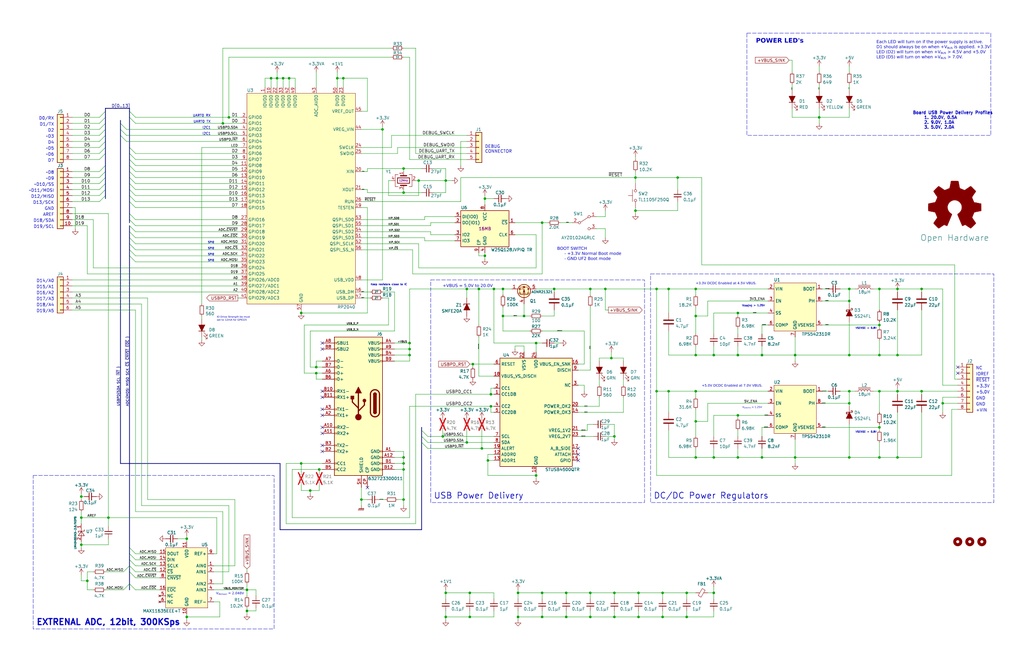
<source format=kicad_sch>
(kicad_sch (version 20230121) (generator eeschema)
  (paper "B")
  (title_block (title "Phyduino Pico") (date "2023-02-23") (rev "C") (company "Electronic Support Services") (comment 1 "Department of Physics ") (comment 2 "University of Tornoto"))
  (junction (at 133.35 154.94))
  (junction (at 204.47 83.82))
  (junction (at 104.14 257.81))
  (junction (at 311.15 132.08))
  (junction (at 203.2 189.23))
  (junction (at 238.76 260.35))
  (junction (at 104.14 248.92))
  (junction (at 208.28 121.92))
  (junction (at 130.81 207.01))
  (junction (at 36.83 245.11))
  (junction (at 276.86 165.1))
  (junction (at 370.84 121.92))
  (junction (at 281.94 165.1))
  (junction (at 289.56 260.35))
  (junction (at 226.06 200.66))
  (junction (at 228.6 260.35))
  (junction (at 212.09 121.92))
  (junction (at 281.94 121.92))
  (junction (at 212.09 133.35))
  (junction (at 187.96 260.35))
  (junction (at 187.96 250.19))
  (junction (at 259.08 184.15))
  (junction (at 187.96 76.2))
  (junction (at 198.12 260.35))
  (junction (at 293.37 149.86))
  (junction (at 196.85 121.92))
  (junction (at 176.53 76.2))
  (junction (at 248.92 121.92))
  (junction (at 293.37 165.1))
  (junction (at 378.46 149.86))
  (junction (at 127 132.08))
  (junction (at 170.18 195.58))
  (junction (at 388.62 121.92))
  (junction (at 205.74 194.31))
  (junction (at 248.92 250.19))
  (junction (at 267.97 74.93))
  (junction (at 207.01 166.37))
  (junction (at 45.72 218.44))
  (junction (at 388.62 165.1))
  (junction (at 293.37 193.04))
  (junction (at 186.69 184.15))
  (junction (at 170.18 71.12))
  (junction (at 311.15 149.86))
  (junction (at 142.24 33.02))
  (junction (at 218.44 250.19))
  (junction (at 170.18 198.12))
  (junction (at 378.46 165.1))
  (junction (at 269.24 260.35))
  (junction (at 116.84 33.02))
  (junction (at 78.74 227.33))
  (junction (at 311.15 193.04))
  (junction (at 358.14 193.04))
  (junction (at 34.29 209.55))
  (junction (at 335.28 193.04))
  (junction (at 358.14 149.86))
  (junction (at 289.56 250.19))
  (junction (at 293.37 121.92))
  (junction (at 170.18 193.04))
  (junction (at 161.29 54.61))
  (junction (at 78.74 260.35))
  (junction (at 170.18 81.28))
  (junction (at 345.44 49.53))
  (junction (at 121.92 33.02))
  (junction (at 370.84 193.04))
  (junction (at 114.3 33.02))
  (junction (at 144.78 33.02))
  (junction (at 358.14 121.92))
  (junction (at 279.4 250.19))
  (junction (at 279.4 260.35))
  (junction (at 378.46 193.04))
  (junction (at 134.62 198.12))
  (junction (at 276.86 121.92))
  (junction (at 255.27 121.92))
  (junction (at 311.15 175.26))
  (junction (at 259.08 250.19))
  (junction (at 285.75 74.93))
  (junction (at 397.51 170.18))
  (junction (at 300.99 193.04))
  (junction (at 119.38 33.02))
  (junction (at 293.37 133.35))
  (junction (at 358.14 127))
  (junction (at 300.99 250.19))
  (junction (at 370.84 137.16))
  (junction (at 196.85 186.69))
  (junction (at 34.29 218.44))
  (junction (at 321.31 193.04))
  (junction (at 172.72 149.86))
  (junction (at 152.4 210.82))
  (junction (at 321.31 149.86))
  (junction (at 133.35 157.48))
  (junction (at 370.84 149.86))
  (junction (at 335.28 149.86))
  (junction (at 127 195.58))
  (junction (at 34.29 229.87))
  (junction (at 267.97 88.9))
  (junction (at 233.68 121.92))
  (junction (at 204.47 107.95))
  (junction (at 370.84 165.1))
  (junction (at 93.98 52.07))
  (junction (at 198.12 250.19))
  (junction (at 370.84 180.34))
  (junction (at 378.46 121.92))
  (junction (at 172.72 144.78))
  (junction (at 96.52 49.53))
  (junction (at 259.08 260.35))
  (junction (at 228.6 250.19))
  (junction (at 201.93 121.92))
  (junction (at 257.81 151.13))
  (junction (at 248.92 260.35))
  (junction (at 220.98 133.35))
  (junction (at 170.18 210.82))
  (junction (at 172.72 147.32))
  (junction (at 293.37 177.8))
  (junction (at 358.14 170.18))
  (junction (at 207.01 171.45))
  (junction (at 228.6 93.98))
  (junction (at 218.44 260.35))
  (junction (at 226.06 144.78))
  (junction (at 300.99 149.86))
  (junction (at 269.24 250.19))
  (junction (at 238.76 250.19))
  (junction (at 358.14 165.1))
  (junction (at 199.39 153.67))
  (no_connect (at 154.94 205.74))
  (no_connect (at 135.89 147.32))
  (no_connect (at 135.89 165.1))
  (no_connect (at 135.89 175.26))
  (no_connect (at 135.89 190.5))
  (no_connect (at 135.89 187.96))
  (no_connect (at 135.89 180.34))
  (no_connect (at 135.89 144.78))
  (no_connect (at 135.89 182.88))
  (no_connect (at 403.86 154.94))
  (no_connect (at 243.84 191.77))
  (no_connect (at 243.84 189.23))
  (no_connect (at 135.89 172.72))
  (no_connect (at 243.84 194.31))
  (no_connect (at 135.89 167.64))
  (no_connect (at 403.86 157.48))
  (bus_entry (at 41.91 80.01) (size 2.54 -2.54))
  (bus_entry (at 41.91 82.55) (size 2.54 -2.54))
  (bus_entry (at 54.61 105.41) (size 2.54 2.54))
  (bus_entry (at 54.61 95.25) (size 2.54 2.54))
  (bus_entry (at 54.61 74.93) (size 2.54 2.54))
  (bus_entry (at 54.61 90.17) (size 2.54 2.54))
  (bus_entry (at 41.91 74.93) (size 2.54 -2.54))
  (bus_entry (at 54.61 236.22) (size 2.54 2.54))
  (bus_entry (at 54.61 246.38) (size 2.54 2.54))
  (bus_entry (at 52.07 248.92) (size 2.54 -2.54))
  (bus_entry (at 54.61 67.31) (size 2.54 2.54))
  (bus_entry (at 50.8 52.07) (size 2.54 2.54))
  (bus_entry (at 54.61 62.23) (size 2.54 2.54))
  (bus_entry (at 54.61 238.76) (size 2.54 2.54))
  (bus_entry (at 177.8 181.61) (size 2.54 2.54))
  (bus_entry (at 41.91 52.07) (size 2.54 -2.54))
  (bus_entry (at 50.8 54.61) (size 2.54 2.54))
  (bus_entry (at 54.61 77.47) (size 2.54 2.54))
  (bus_entry (at 54.61 72.39) (size 2.54 2.54))
  (bus_entry (at 54.61 92.71) (size 2.54 2.54))
  (bus_entry (at 41.91 77.47) (size 2.54 -2.54))
  (bus_entry (at 54.61 49.53) (size 2.54 2.54))
  (bus_entry (at 41.91 54.61) (size 2.54 -2.54))
  (bus_entry (at 54.61 231.14) (size 2.54 2.54))
  (bus_entry (at 52.07 241.3) (size 2.54 -2.54))
  (bus_entry (at 41.91 64.77) (size 2.54 -2.54))
  (bus_entry (at 54.61 241.3) (size 2.54 2.54))
  (bus_entry (at 54.61 82.55) (size 2.54 2.54))
  (bus_entry (at 54.61 69.85) (size 2.54 2.54))
  (bus_entry (at 41.91 85.09) (size 2.54 -2.54))
  (bus_entry (at 54.61 85.09) (size 2.54 2.54))
  (bus_entry (at 41.91 72.39) (size 2.54 -2.54))
  (bus_entry (at 177.8 184.15) (size 2.54 2.54))
  (bus_entry (at 54.61 97.79) (size 2.54 2.54))
  (bus_entry (at 41.91 67.31) (size 2.54 -2.54))
  (bus_entry (at 50.8 57.15) (size 2.54 2.54))
  (bus_entry (at 177.8 186.69) (size 2.54 2.54))
  (bus_entry (at 54.61 64.77) (size 2.54 2.54))
  (bus_entry (at 41.91 57.15) (size 2.54 -2.54))
  (bus_entry (at 54.61 100.33) (size 2.54 2.54))
  (bus_entry (at 41.91 62.23) (size 2.54 -2.54))
  (bus_entry (at 41.91 59.69) (size 2.54 -2.54))
  (bus_entry (at 41.91 49.53) (size 2.54 -2.54))
  (bus_entry (at 54.61 80.01) (size 2.54 2.54))
  (bus_entry (at 54.61 107.95) (size 2.54 2.54))
  (bus_entry (at 54.61 233.68) (size 2.54 2.54))
  (bus_entry (at 54.61 46.99) (size 2.54 2.54))
  (bus_entry (at 54.61 102.87) (size 2.54 2.54))
  (wire (pts (xy 207.01 171.45) (xy 208.28 171.45)))
  (wire (pts (xy 152.4 92.71) (xy 179.07 92.71)))
  (wire (pts (xy 269.24 260.35) (xy 279.4 260.35)))
  (wire (pts (xy 358.14 135.89) (xy 358.14 149.86)))
  (wire (pts (xy 236.22 144.78) (xy 233.68 144.78)))
  (wire (pts (xy 358.14 27.94) (xy 358.14 30.48)))
  (wire (pts (xy 107.95 248.92) (xy 104.14 248.92)))
  (wire (pts (xy 220.98 133.35) (xy 223.52 133.35)))
  (wire (pts (xy 166.37 193.04) (xy 170.18 193.04)))
  (wire (pts (xy 208.28 158.75) (xy 201.93 158.75)))
  (wire (pts (xy 358.14 165.1) (xy 354.33 165.1)))
  (wire (pts (xy 161.29 53.34) (xy 161.29 54.61)))
  (wire (pts (xy 276.86 200.66) (xy 401.32 200.66)))
  (wire (pts (xy 180.34 184.15) (xy 186.69 184.15)))
  (bus (pts (xy 54.61 80.01) (xy 54.61 82.55)))
  (wire (pts (xy 236.22 93.98) (xy 241.3 93.98)))
  (wire (pts (xy 36.83 95.25) (xy 36.83 115.57)))
  (wire (pts (xy 279.4 250.19) (xy 269.24 250.19)))
  (wire (pts (xy 403.86 170.18) (xy 397.51 170.18)))
  (wire (pts (xy 255.27 96.52) (xy 255.27 100.33)))
  (wire (pts (xy 101.6 49.53) (xy 96.52 49.53)))
  (wire (pts (xy 116.84 33.02) (xy 119.38 33.02)))
  (wire (pts (xy 358.14 170.18) (xy 358.14 165.1)))
  (wire (pts (xy 78.74 227.33) (xy 78.74 228.6)))
  (wire (pts (xy 57.15 95.25) (xy 101.6 95.25)))
  (wire (pts (xy 57.15 238.76) (xy 67.31 238.76)))
  (wire (pts (xy 298.45 127) (xy 323.85 127)))
  (wire (pts (xy 212.09 129.54) (xy 212.09 133.35)))
  (wire (pts (xy 45.72 90.17) (xy 45.72 218.44)))
  (wire (pts (xy 311.15 175.26) (xy 311.15 176.53)))
  (wire (pts (xy 199.39 153.67) (xy 208.28 153.67)))
  (wire (pts (xy 212.09 121.92) (xy 208.28 121.92)))
  (wire (pts (xy 233.68 121.92) (xy 233.68 123.19)))
  (wire (pts (xy 402.59 160.02) (xy 402.59 111.76)))
  (bus (pts (xy 54.61 67.31) (xy 54.61 69.85)))
  (wire (pts (xy 59.69 128.27) (xy 30.48 128.27)))
  (wire (pts (xy 57.15 215.9) (xy 93.98 215.9)))
  (wire (pts (xy 134.62 204.47) (xy 134.62 207.01)))
  (wire (pts (xy 238.76 260.35) (xy 248.92 260.35)))
  (wire (pts (xy 30.48 118.11) (xy 101.6 118.11)))
  (wire (pts (xy 300.99 184.15) (xy 300.99 175.26)))
  (wire (pts (xy 154.94 80.01) (xy 154.94 81.28)))
  (wire (pts (xy 358.14 149.86) (xy 335.28 149.86)))
  (bus (pts (xy 44.45 46.99) (xy 44.45 49.53)))
  (wire (pts (xy 176.53 82.55) (xy 176.53 76.2)))
  (wire (pts (xy 201.93 107.95) (xy 204.47 107.95)))
  (wire (pts (xy 276.86 121.92) (xy 276.86 165.1)))
  (wire (pts (xy 345.44 27.94) (xy 345.44 30.48)))
  (bus (pts (xy 54.61 77.47) (xy 54.61 80.01)))
  (wire (pts (xy 252.73 160.02) (xy 252.73 162.56)))
  (wire (pts (xy 370.84 186.69) (xy 370.84 193.04)))
  (wire (pts (xy 334.01 45.72) (xy 334.01 49.53)))
  (wire (pts (xy 36.83 241.3) (xy 36.83 245.11)))
  (wire (pts (xy 335.28 142.24) (xy 335.28 149.86)))
  (wire (pts (xy 248.92 129.54) (xy 248.92 156.21)))
  (wire (pts (xy 182.88 81.28) (xy 187.96 81.28)))
  (wire (pts (xy 259.08 252.73) (xy 259.08 250.19)))
  (wire (pts (xy 30.48 85.09) (xy 41.91 85.09)))
  (wire (pts (xy 298.45 127) (xy 298.45 133.35)))
  (wire (pts (xy 120.65 220.98) (xy 175.26 220.98)))
  (wire (pts (xy 276.86 165.1) (xy 276.86 200.66)))
  (wire (pts (xy 152.4 54.61) (xy 161.29 54.61)))
  (wire (pts (xy 165.1 57.15) (xy 196.85 57.15)))
  (wire (pts (xy 208.28 121.92) (xy 208.28 144.78)))
  (wire (pts (xy 358.14 121.92) (xy 354.33 121.92)))
  (wire (pts (xy 78.74 227.33) (xy 74.93 227.33)))
  (wire (pts (xy 281.94 165.1) (xy 281.94 173.99)))
  (wire (pts (xy 201.93 142.24) (xy 201.93 158.75)))
  (bus (pts (xy 54.61 105.41) (xy 54.61 107.95)))
  (wire (pts (xy 370.84 137.16) (xy 370.84 138.43)))
  (wire (pts (xy 196.85 121.92) (xy 196.85 125.73)))
  (wire (pts (xy 259.08 250.19) (xy 248.92 250.19)))
  (bus (pts (xy 54.61 92.71) (xy 54.61 93.98)))
  (wire (pts (xy 30.48 49.53) (xy 41.91 49.53)))
  (wire (pts (xy 345.44 49.53) (xy 345.44 45.72)))
  (wire (pts (xy 196.85 67.31) (xy 172.72 67.31)))
  (wire (pts (xy 172.72 144.78) (xy 172.72 147.32)))
  (wire (pts (xy 293.37 189.23) (xy 293.37 193.04)))
  (wire (pts (xy 226.06 148.59) (xy 226.06 144.78)))
  (wire (pts (xy 127 207.01) (xy 130.81 207.01)))
  (wire (pts (xy 196.85 181.61) (xy 196.85 186.69)))
  (wire (pts (xy 300.99 257.81) (xy 300.99 260.35)))
  (wire (pts (xy 92.71 254) (xy 92.71 260.35)))
  (wire (pts (xy 238.76 257.81) (xy 238.76 260.35)))
  (wire (pts (xy 358.14 121.92) (xy 360.68 121.92)))
  (wire (pts (xy 335.28 185.42) (xy 335.28 193.04)))
  (wire (pts (xy 295.91 111.76) (xy 402.59 111.76)))
  (wire (pts (xy 90.17 248.92) (xy 104.14 248.92)))
  (wire (pts (xy 311.15 146.05) (xy 311.15 149.86)))
  (wire (pts (xy 152.4 125.73) (xy 156.21 125.73)))
  (wire (pts (xy 248.92 257.81) (xy 248.92 260.35)))
  (wire (pts (xy 293.37 165.1) (xy 323.85 165.1)))
  (wire (pts (xy 196.85 186.69) (xy 208.28 186.69)))
  (wire (pts (xy 163.83 76.2) (xy 165.1 76.2)))
  (bus (pts (xy 54.61 74.93) (xy 54.61 77.47)))
  (wire (pts (xy 30.48 92.71) (xy 39.37 92.71)))
  (wire (pts (xy 321.31 140.97) (xy 321.31 137.16)))
  (wire (pts (xy 335.28 149.86) (xy 321.31 149.86)))
  (wire (pts (xy 358.14 49.53) (xy 345.44 49.53)))
  (wire (pts (xy 166.37 123.19) (xy 166.37 139.7)))
  (wire (pts (xy 44.45 241.3) (xy 52.07 241.3)))
  (wire (pts (xy 133.35 154.94) (xy 135.89 154.94)))
  (wire (pts (xy 199.39 153.67) (xy 199.39 154.94)))
  (wire (pts (xy 228.6 133.35) (xy 233.68 133.35)))
  (bus (pts (xy 44.45 54.61) (xy 44.45 57.15)))
  (wire (pts (xy 57.15 241.3) (xy 67.31 241.3)))
  (wire (pts (xy 36.83 248.92) (xy 39.37 248.92)))
  (wire (pts (xy 57.15 233.68) (xy 67.31 233.68)))
  (wire (pts (xy 187.96 76.2) (xy 187.96 71.12)))
  (wire (pts (xy 30.48 62.23) (xy 41.91 62.23)))
  (wire (pts (xy 368.3 165.1) (xy 370.84 165.1)))
  (wire (pts (xy 370.84 193.04) (xy 378.46 193.04)))
  (wire (pts (xy 170.18 81.28) (xy 177.8 81.28)))
  (wire (pts (xy 403.86 172.72) (xy 401.32 172.72)))
  (wire (pts (xy 311.15 189.23) (xy 311.15 193.04)))
  (wire (pts (xy 134.62 198.12) (xy 135.89 198.12)))
  (wire (pts (xy 196.85 64.77) (xy 175.26 64.77)))
  (wire (pts (xy 152.4 97.79) (xy 181.61 97.79)))
  (wire (pts (xy 30.48 77.47) (xy 41.91 77.47)))
  (wire (pts (xy 208.28 121.92) (xy 201.93 121.92)))
  (wire (pts (xy 44.45 248.92) (xy 52.07 248.92)))
  (wire (pts (xy 223.52 139.7) (xy 212.09 139.7)))
  (wire (pts (xy 187.96 81.28) (xy 187.96 76.2)))
  (wire (pts (xy 402.59 160.02) (xy 403.86 160.02)))
  (wire (pts (xy 346.71 127) (xy 358.14 127)))
  (wire (pts (xy 59.69 213.36) (xy 96.52 213.36)))
  (wire (pts (xy 238.76 250.19) (xy 228.6 250.19)))
  (wire (pts (xy 218.44 248.92) (xy 218.44 250.19)))
  (wire (pts (xy 91.44 233.68) (xy 91.44 218.44)))
  (wire (pts (xy 220.98 146.05) (xy 217.17 146.05)))
  (bus (pts (xy 54.61 45.72) (xy 54.61 46.99)))
  (wire (pts (xy 207.01 163.83) (xy 208.28 163.83)))
  (bus (pts (xy 54.61 64.77) (xy 54.61 67.31)))
  (wire (pts (xy 130.81 207.01) (xy 130.81 208.28)))
  (wire (pts (xy 104.14 248.92) (xy 104.14 251.46)))
  (wire (pts (xy 293.37 177.8) (xy 298.45 177.8)))
  (wire (pts (xy 154.94 81.28) (xy 170.18 81.28)))
  (wire (pts (xy 203.2 189.23) (xy 208.28 189.23)))
  (wire (pts (xy 172.72 171.45) (xy 172.72 218.44)))
  (wire (pts (xy 152.4 100.33) (xy 179.07 100.33)))
  (wire (pts (xy 57.15 102.87) (xy 101.6 102.87)))
  (wire (pts (xy 233.68 121.92) (xy 248.92 121.92)))
  (wire (pts (xy 57.15 92.71) (xy 101.6 92.71)))
  (wire (pts (xy 34.29 215.9) (xy 34.29 218.44)))
  (wire (pts (xy 34.29 229.87) (xy 34.29 231.14)))
  (bus (pts (xy 54.61 100.33) (xy 54.61 102.87)))
  (wire (pts (xy 311.15 193.04) (xy 300.99 193.04)))
  (wire (pts (xy 295.91 74.93) (xy 295.91 111.76)))
  (wire (pts (xy 57.15 69.85) (xy 101.6 69.85)))
  (wire (pts (xy 300.99 189.23) (xy 300.99 193.04)))
  (wire (pts (xy 170.18 213.36) (xy 170.18 210.82)))
  (wire (pts (xy 267.97 74.93) (xy 285.75 74.93)))
  (wire (pts (xy 173.99 115.57) (xy 228.6 115.57)))
  (wire (pts (xy 104.14 257.81) (xy 104.14 259.08)))
  (wire (pts (xy 252.73 151.13) (xy 252.73 152.4)))
  (wire (pts (xy 161.29 125.73) (xy 163.83 125.73)))
  (wire (pts (xy 142.24 36.83) (xy 142.24 33.02)))
  (wire (pts (xy 243.84 171.45) (xy 252.73 171.45)))
  (wire (pts (xy 175.26 20.32) (xy 170.18 20.32)))
  (wire (pts (xy 160.02 210.82) (xy 162.56 210.82)))
  (bus (pts (xy 44.45 77.47) (xy 44.45 80.01)))
  (wire (pts (xy 93.98 52.07) (xy 101.6 52.07)))
  (wire (pts (xy 172.72 171.45) (xy 207.01 171.45)))
  (wire (pts (xy 204.47 83.82) (xy 208.28 83.82)))
  (wire (pts (xy 187.96 250.19) (xy 198.12 250.19)))
  (wire (pts (xy 152.4 85.09) (xy 194.31 85.09)))
  (wire (pts (xy 311.15 132.08) (xy 311.15 133.35)))
  (wire (pts (xy 57.15 248.92) (xy 67.31 248.92)))
  (wire (pts (xy 172.72 149.86) (xy 172.72 147.32)))
  (bus (pts (xy 118.11 223.52) (xy 177.8 223.52)))
  (wire (pts (xy 152.4 118.11) (xy 161.29 118.11)))
  (wire (pts (xy 217.17 99.06) (xy 226.06 99.06)))
  (wire (pts (xy 170.18 71.12) (xy 170.18 72.39)))
  (wire (pts (xy 321.31 189.23) (xy 321.31 193.04)))
  (wire (pts (xy 119.38 36.83) (xy 119.38 33.02)))
  (wire (pts (xy 208.28 191.77) (xy 205.74 191.77)))
  (wire (pts (xy 321.31 180.34) (xy 323.85 180.34)))
  (wire (pts (xy 293.37 129.54) (xy 293.37 133.35)))
  (wire (pts (xy 163.83 82.55) (xy 176.53 82.55)))
  (wire (pts (xy 205.74 194.31) (xy 205.74 200.66)))
  (wire (pts (xy 166.37 195.58) (xy 170.18 195.58)))
  (bus (pts (xy 54.61 233.68) (xy 54.61 236.22)))
  (wire (pts (xy 212.09 124.46) (xy 212.09 121.92)))
  (wire (pts (xy 34.29 245.11) (xy 36.83 245.11)))
  (wire (pts (xy 194.31 59.69) (xy 194.31 69.85)))
  (wire (pts (xy 378.46 165.1) (xy 388.62 165.1)))
  (wire (pts (xy 255.27 121.92) (xy 276.86 121.92)))
  (wire (pts (xy 176.53 102.87) (xy 176.53 113.03)))
  (wire (pts (xy 163.83 137.16) (xy 128.27 137.16)))
  (wire (pts (xy 57.15 236.22) (xy 67.31 236.22)))
  (wire (pts (xy 173.99 105.41) (xy 173.99 115.57)))
  (wire (pts (xy 179.07 92.71) (xy 179.07 91.44)))
  (wire (pts (xy 293.37 146.05) (xy 293.37 149.86)))
  (wire (pts (xy 123.19 218.44) (xy 172.72 218.44)))
  (wire (pts (xy 144.78 33.02) (xy 144.78 36.83)))
  (wire (pts (xy 194.31 74.93) (xy 267.97 74.93)))
  (wire (pts (xy 335.28 193.04) (xy 335.28 195.58)))
  (wire (pts (xy 204.47 109.22) (xy 204.47 107.95)))
  (bus (pts (xy 44.45 52.07) (xy 44.45 54.61)))
  (wire (pts (xy 370.84 130.81) (xy 370.84 121.92)))
  (wire (pts (xy 181.61 99.06) (xy 181.61 97.79)))
  (wire (pts (xy 228.6 260.35) (xy 238.76 260.35)))
  (wire (pts (xy 300.99 193.04) (xy 293.37 193.04)))
  (wire (pts (xy 59.69 128.27) (xy 59.69 213.36)))
  (wire (pts (xy 133.35 152.4) (xy 135.89 152.4)))
  (wire (pts (xy 218.44 252.73) (xy 218.44 250.19)))
  (wire (pts (xy 175.26 20.32) (xy 175.26 64.77)))
  (wire (pts (xy 187.96 248.92) (xy 187.96 250.19)))
  (wire (pts (xy 166.37 152.4) (xy 172.72 152.4)))
  (wire (pts (xy 300.99 149.86) (xy 311.15 149.86)))
  (bus (pts (xy 50.8 52.07) (xy 50.8 54.61)))
  (wire (pts (xy 358.14 127) (xy 358.14 128.27)))
  (bus (pts (xy 177.8 186.69) (xy 177.8 223.52)))
  (wire (pts (xy 175.26 166.37) (xy 207.01 166.37)))
  (wire (pts (xy 198.12 260.35) (xy 208.28 260.35)))
  (wire (pts (xy 403.86 167.64) (xy 397.51 167.64)))
  (wire (pts (xy 281.94 121.92) (xy 281.94 132.08)))
  (wire (pts (xy 246.38 165.1) (xy 246.38 162.56)))
  (wire (pts (xy 133.35 154.94) (xy 133.35 152.4)))
  (wire (pts (xy 262.89 160.02) (xy 262.89 162.56)))
  (wire (pts (xy 127 195.58) (xy 127 199.39)))
  (wire (pts (xy 92.71 260.35) (xy 78.74 260.35)))
  (wire (pts (xy 152.4 210.82) (xy 154.94 210.82)))
  (wire (pts (xy 181.61 93.98) (xy 191.77 93.98)))
  (wire (pts (xy 152.4 87.63) (xy 154.94 87.63)))
  (wire (pts (xy 57.15 67.31) (xy 101.6 67.31)))
  (wire (pts (xy 119.38 33.02) (xy 121.92 33.02)))
  (wire (pts (xy 298.45 170.18) (xy 298.45 177.8)))
  (wire (pts (xy 226.06 113.03) (xy 226.06 99.06)))
  (wire (pts (xy 267.97 74.93) (xy 267.97 77.47)))
  (wire (pts (xy 248.92 250.19) (xy 238.76 250.19)))
  (wire (pts (xy 57.15 110.49) (xy 101.6 110.49)))
  (bus (pts (xy 54.61 72.39) (xy 54.61 74.93)))
  (bus (pts (xy 54.61 62.23) (xy 54.61 64.77)))
  (wire (pts (xy 152.4 72.39) (xy 154.94 72.39)))
  (bus (pts (xy 44.45 82.55) (xy 44.45 83.82)))
  (wire (pts (xy 57.15 74.93) (xy 101.6 74.93)))
  (wire (pts (xy 31.75 87.63) (xy 31.75 96.52)))
  (wire (pts (xy 152.4 64.77) (xy 167.64 64.77)))
  (wire (pts (xy 170.18 193.04) (xy 170.18 195.58)))
  (wire (pts (xy 34.29 228.6) (xy 34.29 229.87)))
  (wire (pts (xy 57.15 72.39) (xy 101.6 72.39)))
  (wire (pts (xy 259.08 184.15) (xy 259.08 185.42)))
  (wire (pts (xy 30.48 52.07) (xy 41.91 52.07)))
  (wire (pts (xy 388.62 130.81) (xy 388.62 149.86)))
  (wire (pts (xy 269.24 257.81) (xy 269.24 260.35)))
  (wire (pts (xy 34.29 209.55) (xy 34.29 210.82)))
  (wire (pts (xy 121.92 36.83) (xy 121.92 33.02)))
  (wire (pts (xy 172.72 24.13) (xy 170.18 24.13)))
  (wire (pts (xy 370.84 149.86) (xy 378.46 149.86)))
  (wire (pts (xy 208.28 252.73) (xy 208.28 250.19)))
  (wire (pts (xy 300.99 146.05) (xy 300.99 149.86)))
  (wire (pts (xy 403.86 162.56) (xy 397.51 162.56)))
  (wire (pts (xy 34.29 208.28) (xy 34.29 209.55)))
  (wire (pts (xy 57.15 49.53) (xy 96.52 49.53)))
  (wire (pts (xy 378.46 149.86) (xy 388.62 149.86)))
  (wire (pts (xy 170.18 71.12) (xy 177.8 71.12)))
  (bus (pts (xy 177.8 181.61) (xy 177.8 184.15)))
  (wire (pts (xy 152.4 62.23) (xy 165.1 62.23)))
  (wire (pts (xy 233.68 130.81) (xy 233.68 133.35)))
  (wire (pts (xy 226.06 200.66) (xy 205.74 200.66)))
  (bus (pts (xy 54.61 231.14) (xy 54.61 233.68)))
  (wire (pts (xy 218.44 260.35) (xy 218.44 261.62)))
  (bus (pts (xy 54.61 95.25) (xy 54.61 97.79)))
  (wire (pts (xy 186.69 184.15) (xy 208.28 184.15)))
  (wire (pts (xy 116.84 30.48) (xy 116.84 33.02)))
  (wire (pts (xy 388.62 165.1) (xy 403.86 165.1)))
  (wire (pts (xy 90.17 254) (xy 92.71 254)))
  (wire (pts (xy 90.17 241.3) (xy 96.52 241.3)))
  (bus (pts (xy 44.45 57.15) (xy 44.45 59.69)))
  (bus (pts (xy 44.45 45.72) (xy 54.61 45.72)))
  (wire (pts (xy 243.84 173.99) (xy 262.89 173.99)))
  (bus (pts (xy 44.45 62.23) (xy 44.45 64.77)))
  (wire (pts (xy 30.48 123.19) (xy 101.6 123.19)))
  (wire (pts (xy 334.01 25.4) (xy 332.74 25.4)))
  (wire (pts (xy 166.37 190.5) (xy 170.18 190.5)))
  (wire (pts (xy 30.48 57.15) (xy 41.91 57.15)))
  (wire (pts (xy 201.93 106.68) (xy 201.93 107.95)))
  (wire (pts (xy 57.15 87.63) (xy 101.6 87.63)))
  (wire (pts (xy 397.51 162.56) (xy 397.51 121.92)))
  (wire (pts (xy 57.15 130.81) (xy 57.15 215.9)))
  (wire (pts (xy 226.06 201.93) (xy 226.06 200.66)))
  (wire (pts (xy 370.84 165.1) (xy 378.46 165.1)))
  (wire (pts (xy 85.09 133.35) (xy 85.09 134.62)))
  (wire (pts (xy 246.38 162.56) (xy 243.84 162.56)))
  (wire (pts (xy 346.71 170.18) (xy 358.14 170.18)))
  (wire (pts (xy 172.72 121.92) (xy 196.85 121.92)))
  (wire (pts (xy 127 195.58) (xy 135.89 195.58)))
  (wire (pts (xy 300.99 175.26) (xy 311.15 175.26)))
  (wire (pts (xy 181.61 99.06) (xy 191.77 99.06)))
  (bus (pts (xy 44.45 49.53) (xy 44.45 52.07)))
  (wire (pts (xy 345.44 35.56) (xy 345.44 38.1)))
  (wire (pts (xy 323.85 170.18) (xy 298.45 170.18)))
  (wire (pts (xy 212.09 133.35) (xy 220.98 133.35)))
  (wire (pts (xy 243.84 156.21) (xy 248.92 156.21)))
  (wire (pts (xy 207.01 166.37) (xy 207.01 163.83)))
  (wire (pts (xy 127 130.81) (xy 127 132.08)))
  (wire (pts (xy 311.15 181.61) (xy 311.15 184.15)))
  (wire (pts (xy 228.6 115.57) (xy 228.6 93.98)))
  (wire (pts (xy 204.47 83.82) (xy 204.47 86.36)))
  (wire (pts (xy 172.72 144.78) (xy 172.72 121.92)))
  (wire (pts (xy 334.01 35.56) (xy 334.01 38.1)))
  (wire (pts (xy 358.14 127) (xy 358.14 121.92)))
  (wire (pts (xy 57.15 80.01) (xy 101.6 80.01)))
  (wire (pts (xy 154.94 71.12) (xy 170.18 71.12)))
  (wire (pts (xy 175.26 166.37) (xy 175.26 220.98)))
  (wire (pts (xy 194.31 59.69) (xy 196.85 59.69)))
  (wire (pts (xy 401.32 172.72) (xy 401.32 200.66)))
  (wire (pts (xy 289.56 250.19) (xy 293.37 250.19)))
  (wire (pts (xy 30.48 82.55) (xy 41.91 82.55)))
  (wire (pts (xy 201.93 137.16) (xy 201.93 121.92)))
  (wire (pts (xy 370.84 180.34) (xy 370.84 181.61)))
  (wire (pts (xy 53.34 54.61) (xy 101.6 54.61)))
  (wire (pts (xy 293.37 172.72) (xy 293.37 177.8)))
  (wire (pts (xy 300.99 247.65) (xy 300.99 250.19)))
  (wire (pts (xy 57.15 243.84) (xy 67.31 243.84)))
  (wire (pts (xy 346.71 180.34) (xy 370.84 180.34)))
  (wire (pts (xy 35.56 209.55) (xy 34.29 209.55)))
  (bus (pts (xy 44.45 74.93) (xy 44.45 77.47)))
  (wire (pts (xy 180.34 186.69) (xy 196.85 186.69)))
  (wire (pts (xy 198.12 153.67) (xy 199.39 153.67)))
  (wire (pts (xy 358.14 193.04) (xy 335.28 193.04)))
  (wire (pts (xy 124.46 36.83) (xy 124.46 33.02)))
  (wire (pts (xy 187.96 76.2) (xy 190.5 76.2)))
  (wire (pts (xy 133.35 160.02) (xy 135.89 160.02)))
  (wire (pts (xy 165.1 20.32) (xy 93.98 20.32)))
  (wire (pts (xy 205.74 191.77) (xy 205.74 194.31)))
  (wire (pts (xy 212.09 121.92) (xy 215.9 121.92)))
  (wire (pts (xy 226.06 144.78) (xy 228.6 144.78)))
  (wire (pts (xy 179.07 101.6) (xy 191.77 101.6)))
  (wire (pts (xy 187.96 260.35) (xy 198.12 260.35)))
  (wire (pts (xy 176.53 113.03) (xy 226.06 113.03)))
  (wire (pts (xy 204.47 82.55) (xy 204.47 83.82)))
  (wire (pts (xy 276.86 165.1) (xy 281.94 165.1)))
  (bus (pts (xy 50.8 54.61) (xy 50.8 57.15)))
  (bus (pts (xy 118.11 195.58) (xy 118.11 223.52)))
  (wire (pts (xy 321.31 193.04) (xy 311.15 193.04)))
  (wire (pts (xy 30.48 64.77) (xy 41.91 64.77)))
  (wire (pts (xy 300.99 250.19) (xy 300.99 252.73)))
  (wire (pts (xy 293.37 121.92) (xy 323.85 121.92)))
  (wire (pts (xy 167.64 64.77) (xy 167.64 62.23)))
  (wire (pts (xy 172.72 152.4) (xy 172.72 149.86)))
  (wire (pts (xy 152.4 210.82) (xy 152.4 213.36)))
  (wire (pts (xy 358.14 165.1) (xy 360.68 165.1)))
  (wire (pts (xy 104.14 246.38) (xy 104.14 248.92)))
  (wire (pts (xy 107.95 251.46) (xy 107.95 248.92)))
  (wire (pts (xy 334.01 30.48) (xy 334.01 25.4)))
  (wire (pts (xy 57.15 77.47) (xy 101.6 77.47)))
  (wire (pts (xy 238.76 252.73) (xy 238.76 250.19)))
  (wire (pts (xy 152.4 95.25) (xy 181.61 95.25)))
  (wire (pts (xy 370.84 121.92) (xy 378.46 121.92)))
  (bus (pts (xy 54.61 238.76) (xy 54.61 241.3)))
  (wire (pts (xy 255.27 184.15) (xy 259.08 184.15)))
  (wire (pts (xy 388.62 193.04) (xy 378.46 193.04)))
  (bus (pts (xy 54.61 85.09) (xy 54.61 90.17)))
  (wire (pts (xy 166.37 144.78) (xy 172.72 144.78)))
  (wire (pts (xy 370.84 173.99) (xy 370.84 165.1)))
  (wire (pts (xy 198.12 257.81) (xy 198.12 260.35)))
  (wire (pts (xy 247.65 181.61) (xy 247.65 179.07)))
  (wire (pts (xy 289.56 250.19) (xy 279.4 250.19)))
  (wire (pts (xy 57.15 105.41) (xy 101.6 105.41)))
  (wire (pts (xy 45.72 90.17) (xy 30.48 90.17)))
  (wire (pts (xy 293.37 193.04) (xy 281.94 193.04)))
  (wire (pts (xy 128.27 137.16) (xy 128.27 157.48)))
  (wire (pts (xy 34.29 218.44) (xy 45.72 218.44)))
  (wire (pts (xy 30.48 54.61) (xy 41.91 54.61)))
  (wire (pts (xy 127 204.47) (xy 127 207.01)))
  (wire (pts (xy 368.3 121.92) (xy 370.84 121.92)))
  (wire (pts (xy 388.62 121.92) (xy 378.46 121.92)))
  (wire (pts (xy 30.48 125.73) (xy 62.23 125.73)))
  (wire (pts (xy 217.17 146.05) (xy 217.17 147.32)))
  (wire (pts (xy 388.62 173.99) (xy 388.62 193.04)))
  (wire (pts (xy 198.12 252.73) (xy 198.12 250.19)))
  (wire (pts (xy 93.98 246.38) (xy 90.17 246.38)))
  (bus (pts (xy 54.61 49.53) (xy 54.61 62.23)))
  (wire (pts (xy 99.06 238.76) (xy 99.06 210.82)))
  (bus (pts (xy 54.61 241.3) (xy 54.61 246.38)))
  (wire (pts (xy 293.37 133.35) (xy 293.37 140.97)))
  (bus (pts (xy 44.45 69.85) (xy 44.45 72.39)))
  (wire (pts (xy 246.38 153.67) (xy 246.38 139.7)))
  (wire (pts (xy 397.51 121.92) (xy 388.62 121.92)))
  (wire (pts (xy 300.99 132.08) (xy 311.15 132.08)))
  (wire (pts (xy 228.6 257.81) (xy 228.6 260.35)))
  (wire (pts (xy 161.29 118.11) (xy 161.29 54.61)))
  (wire (pts (xy 182.88 71.12) (xy 187.96 71.12)))
  (bus (pts (xy 54.61 82.55) (xy 54.61 85.09)))
  (wire (pts (xy 208.28 166.37) (xy 207.01 166.37)))
  (wire (pts (xy 267.97 72.39) (xy 267.97 74.93)))
  (wire (pts (xy 161.29 123.19) (xy 166.37 123.19)))
  (wire (pts (xy 152.4 80.01) (xy 154.94 80.01)))
  (wire (pts (xy 57.15 85.09) (xy 101.6 85.09)))
  (wire (pts (xy 166.37 147.32) (xy 172.72 147.32)))
  (wire (pts (xy 120.65 195.58) (xy 127 195.58)))
  (wire (pts (xy 346.71 137.16) (xy 370.84 137.16)))
  (wire (pts (xy 165.1 24.13) (xy 96.52 24.13)))
  (wire (pts (xy 31.75 87.63) (xy 30.48 87.63)))
  (wire (pts (xy 220.98 128.27) (xy 220.98 133.35)))
  (wire (pts (xy 163.83 137.16) (xy 163.83 125.73)))
  (wire (pts (xy 358.14 149.86) (xy 370.84 149.86)))
  (wire (pts (xy 30.48 74.93) (xy 41.91 74.93)))
  (wire (pts (xy 259.08 260.35) (xy 269.24 260.35)))
  (wire (pts (xy 281.94 121.92) (xy 293.37 121.92)))
  (wire (pts (xy 346.71 121.92) (xy 349.25 121.92)))
  (wire (pts (xy 321.31 137.16) (xy 323.85 137.16)))
  (wire (pts (xy 104.14 256.54) (xy 104.14 257.81)))
  (wire (pts (xy 251.46 91.44) (xy 255.27 91.44)))
  (wire (pts (xy 114.3 33.02) (xy 116.84 33.02)))
  (wire (pts (xy 194.31 85.09) (xy 194.31 74.93)))
  (wire (pts (xy 93.98 20.32) (xy 93.98 52.07)))
  (wire (pts (xy 289.56 252.73) (xy 289.56 250.19)))
  (wire (pts (xy 130.81 154.94) (xy 133.35 154.94)))
  (wire (pts (xy 262.89 152.4) (xy 262.89 151.13)))
  (wire (pts (xy 180.34 189.23) (xy 203.2 189.23)))
  (wire (pts (xy 111.76 36.83) (xy 111.76 33.02)))
  (wire (pts (xy 187.96 260.35) (xy 187.96 261.62)))
  (wire (pts (xy 378.46 163.83) (xy 378.46 165.1)))
  (wire (pts (xy 300.99 140.97) (xy 300.99 132.08)))
  (bus (pts (xy 54.61 46.99) (xy 54.61 49.53)))
  (wire (pts (xy 176.53 76.2) (xy 175.26 76.2)))
  (wire (pts (xy 279.4 260.35) (xy 289.56 260.35)))
  (wire (pts (xy 378.46 130.81) (xy 378.46 149.86)))
  (wire (pts (xy 256.54 130.81) (xy 255.27 130.81)))
  (wire (pts (xy 152.4 205.74) (xy 152.4 210.82)))
  (wire (pts (xy 166.37 149.86) (xy 172.72 149.86)))
  (wire (pts (xy 289.56 257.81) (xy 289.56 260.35)))
  (wire (pts (xy 281.94 193.04) (xy 281.94 181.61)))
  (wire (pts (xy 34.29 220.98) (xy 34.29 218.44)))
  (wire (pts (xy 334.01 49.53) (xy 345.44 49.53)))
  (wire (pts (xy 289.56 260.35) (xy 300.99 260.35)))
  (wire (pts (xy 358.14 193.04) (xy 370.84 193.04)))
  (wire (pts (xy 39.37 113.03) (xy 101.6 113.03)))
  (wire (pts (xy 120.65 195.58) (xy 120.65 220.98)))
  (wire (pts (xy 187.96 250.19) (xy 187.96 252.73)))
  (bus (pts (xy 50.8 50.8) (xy 50.8 52.07)))
  (wire (pts (xy 259.08 257.81) (xy 259.08 260.35)))
  (wire (pts (xy 207.01 171.45) (xy 207.01 173.99)))
  (wire (pts (xy 142.24 30.48) (xy 142.24 33.02)))
  (wire (pts (xy 179.07 91.44) (xy 191.77 91.44)))
  (bus (pts (xy 54.61 97.79) (xy 54.61 100.33)))
  (wire (pts (xy 228.6 93.98) (xy 231.14 93.98)))
  (wire (pts (xy 252.73 171.45) (xy 252.73 167.64)))
  (wire (pts (xy 276.86 121.92) (xy 281.94 121.92)))
  (wire (pts (xy 298.45 250.19) (xy 300.99 250.19)))
  (bus (pts (xy 44.45 59.69) (xy 44.45 62.23)))
  (wire (pts (xy 39.37 92.71) (xy 39.37 113.03)))
  (wire (pts (xy 30.48 67.31) (xy 41.91 67.31)))
  (wire (pts (xy 133.35 157.48) (xy 135.89 157.48)))
  (wire (pts (xy 251.46 96.52) (xy 255.27 96.52)))
  (wire (pts (xy 144.78 33.02) (xy 154.94 33.02)))
  (wire (pts (xy 248.92 260.35) (xy 259.08 260.35)))
  (wire (pts (xy 243.84 181.61) (xy 247.65 181.61)))
  (wire (pts (xy 370.84 135.89) (xy 370.84 137.16)))
  (wire (pts (xy 142.24 33.02) (xy 144.78 33.02)))
  (wire (pts (xy 154.94 72.39) (xy 154.94 71.12)))
  (wire (pts (xy 85.09 62.23) (xy 85.09 128.27)))
  (wire (pts (xy 104.14 257.81) (xy 107.95 257.81)))
  (wire (pts (xy 196.85 121.92) (xy 201.93 121.92)))
  (wire (pts (xy 358.14 45.72) (xy 358.14 49.53)))
  (wire (pts (xy 154.94 132.08) (xy 127 132.08)))
  (wire (pts (xy 248.92 252.73) (xy 248.92 250.19)))
  (wire (pts (xy 321.31 149.86) (xy 311.15 149.86)))
  (wire (pts (xy 45.72 218.44) (xy 45.72 222.25)))
  (wire (pts (xy 154.94 33.02) (xy 154.94 46.99)))
  (wire (pts (xy 323.85 132.08) (xy 311.15 132.08)))
  (wire (pts (xy 293.37 149.86) (xy 281.94 149.86)))
  (wire (pts (xy 262.89 173.99) (xy 262.89 167.64)))
  (wire (pts (xy 285.75 74.93) (xy 295.91 74.93)))
  (wire (pts (xy 187.96 257.81) (xy 187.96 260.35)))
  (wire (pts (xy 133.35 160.02) (xy 133.35 157.48)))
  (wire (pts (xy 281.94 149.86) (xy 281.94 139.7)))
  (wire (pts (xy 228.6 252.73) (xy 228.6 250.19)))
  (bus (pts (xy 177.8 180.34) (xy 177.8 181.61)))
  (wire (pts (xy 267.97 88.9) (xy 267.97 90.17)))
  (wire (pts (xy 170.18 80.01) (xy 170.18 81.28)))
  (wire (pts (xy 335.28 193.04) (xy 321.31 193.04)))
  (bus (pts (xy 54.61 246.38) (xy 54.61 248.92)))
  (wire (pts (xy 259.08 184.15) (xy 259.08 179.07)))
  (wire (pts (xy 269.24 250.19) (xy 259.08 250.19)))
  (wire (pts (xy 255.27 130.81) (xy 255.27 121.92)))
  (wire (pts (xy 370.84 179.07) (xy 370.84 180.34)))
  (wire (pts (xy 57.15 52.07) (xy 93.98 52.07)))
  (wire (pts (xy 154.94 46.99) (xy 152.4 46.99)))
  (wire (pts (xy 346.71 165.1) (xy 349.25 165.1)))
  (wire (pts (xy 96.52 213.36) (xy 96.52 241.3)))
  (bus (pts (xy 54.61 107.95) (xy 54.61 231.14)))
  (wire (pts (xy 267.97 88.9) (xy 285.75 88.9)))
  (wire (pts (xy 85.09 142.24) (xy 85.09 143.51)))
  (wire (pts (xy 90.17 238.76) (xy 99.06 238.76)))
  (wire (pts (xy 62.23 210.82) (xy 99.06 210.82)))
  (wire (pts (xy 167.64 210.82) (xy 170.18 210.82)))
  (wire (pts (xy 293.37 121.92) (xy 293.37 124.46)))
  (wire (pts (xy 358.14 35.56) (xy 358.14 38.1)))
  (wire (pts (xy 36.83 245.11) (xy 36.83 248.92)))
  (wire (pts (xy 45.72 229.87) (xy 34.29 229.87)))
  (wire (pts (xy 30.48 72.39) (xy 41.91 72.39)))
  (wire (pts (xy 57.15 130.81) (xy 30.48 130.81)))
  (wire (pts (xy 217.17 93.98) (xy 228.6 93.98)))
  (wire (pts (xy 293.37 177.8) (xy 293.37 184.15)))
  (wire (pts (xy 208.28 194.31) (xy 205.74 194.31)))
  (bus (pts (xy 54.61 236.22) (xy 54.61 238.76)))
  (wire (pts (xy 36.83 115.57) (xy 101.6 115.57)))
  (wire (pts (xy 30.48 95.25) (xy 36.83 95.25)))
  (wire (pts (xy 246.38 153.67) (xy 243.84 153.67)))
  (wire (pts (xy 154.94 87.63) (xy 154.94 132.08)))
  (bus (pts (xy 54.61 102.87) (xy 54.61 105.41)))
  (wire (pts (xy 85.09 62.23) (xy 101.6 62.23)))
  (wire (pts (xy 203.2 181.61) (xy 203.2 189.23)))
  (wire (pts (xy 218.44 257.81) (xy 218.44 260.35)))
  (wire (pts (xy 152.4 102.87) (xy 176.53 102.87)))
  (bus (pts (xy 44.45 80.01) (xy 44.45 82.55)))
  (wire (pts (xy 152.4 123.19) (xy 156.21 123.19)))
  (wire (pts (xy 321.31 146.05) (xy 321.31 149.86)))
  (wire (pts (xy 30.48 120.65) (xy 101.6 120.65)))
  (wire (pts (xy 128.27 157.48) (xy 133.35 157.48)))
  (wire (pts (xy 130.81 139.7) (xy 130.81 154.94)))
  (wire (pts (xy 133.35 30.48) (xy 133.35 36.83)))
  (wire (pts (xy 57.15 97.79) (xy 101.6 97.79)))
  (wire (pts (xy 179.07 101.6) (xy 179.07 100.33)))
  (bus (pts (xy 44.45 72.39) (xy 44.45 74.93)))
  (wire (pts (xy 78.74 226.06) (xy 78.74 227.33)))
  (wire (pts (xy 176.53 76.2) (xy 187.96 76.2)))
  (wire (pts (xy 279.4 252.73) (xy 279.4 250.19)))
  (wire (pts (xy 57.15 100.33) (xy 101.6 100.33)))
  (wire (pts (xy 378.46 123.19) (xy 378.46 121.92)))
  (wire (pts (xy 53.34 59.69) (xy 101.6 59.69)))
  (bus (pts (xy 54.61 90.17) (xy 54.61 92.71)))
  (wire (pts (xy 170.18 195.58) (xy 170.18 198.12)))
  (wire (pts (xy 198.12 250.19) (xy 208.28 250.19)))
  (wire (pts (xy 267.97 87.63) (xy 267.97 88.9)))
  (wire (pts (xy 167.64 62.23) (xy 196.85 62.23)))
  (wire (pts (xy 267.97 66.04) (xy 267.97 67.31)))
  (wire (pts (xy 62.23 125.73) (xy 62.23 210.82)))
  (bus (pts (xy 44.45 64.77) (xy 44.45 69.85)))
  (wire (pts (xy 370.84 143.51) (xy 370.84 149.86)))
  (wire (pts (xy 397.51 167.64) (xy 397.51 170.18)))
  (wire (pts (xy 208.28 144.78) (xy 226.06 144.78)))
  (wire (pts (xy 181.61 95.25) (xy 181.61 93.98)))
  (wire (pts (xy 123.19 198.12) (xy 134.62 198.12)))
  (wire (pts (xy 170.18 210.82) (xy 170.18 198.12)))
  (bus (pts (xy 44.45 45.72) (xy 44.45 46.99)))
  (bus (pts (xy 54.61 69.85) (xy 54.61 72.39)))
  (wire (pts (xy 152.4 105.41) (xy 173.99 105.41)))
  (wire (pts (xy 163.83 76.2) (xy 163.83 82.55)))
  (wire (pts (xy 123.19 198.12) (xy 123.19 218.44)))
  (wire (pts (xy 90.17 233.68) (xy 91.44 233.68)))
  (wire (pts (xy 78.74 259.08) (xy 78.74 260.35)))
  (wire (pts (xy 170.18 190.5) (xy 170.18 193.04)))
  (wire (pts (xy 30.48 59.69) (xy 41.91 59.69)))
  (wire (pts (xy 165.1 62.23) (xy 165.1 57.15)))
  (wire (pts (xy 255.27 121.92) (xy 248.92 121.92)))
  (wire (pts (xy 226.06 200.66) (xy 226.06 199.39)))
  (wire (pts (xy 388.62 165.1) (xy 388.62 166.37)))
  (wire (pts (xy 208.28 173.99) (xy 207.01 173.99)))
  (wire (pts (xy 321.31 184.15) (xy 321.31 180.34)))
  (wire (pts (xy 34.29 242.57) (xy 34.29 245.11)))
  (wire (pts (xy 78.74 260.35) (xy 78.74 261.62)))
  (wire (pts (xy 358.14 179.07) (xy 358.14 193.04)))
  (wire (pts (xy 285.75 74.93) (xy 285.75 80.01)))
  (wire (pts (xy 293.37 133.35) (xy 298.45 133.35)))
  (wire (pts (xy 134.62 198.12) (xy 134.62 199.39)))
  (wire (pts (xy 257.81 148.59) (xy 257.81 151.13)))
  (wire (pts (xy 208.28 257.81) (xy 208.28 260.35)))
  (wire (pts (xy 226.06 121.92) (xy 233.68 121.92)))
  (wire (pts (xy 335.28 149.86) (xy 335.28 152.4)))
  (wire (pts (xy 104.14 240.03) (xy 104.14 241.3)))
  (wire (pts (xy 116.84 33.02) (xy 116.84 36.83)))
  (wire (pts (xy 285.75 85.09) (xy 285.75 88.9)))
  (wire (pts (xy 93.98 215.9) (xy 93.98 246.38)))
  (wire (pts (xy 96.52 24.13) (xy 96.52 49.53)))
  (wire (pts (xy 300.99 149.86) (xy 293.37 149.86)))
  (wire (pts (xy 255.27 179.07) (xy 259.08 179.07)))
  (wire (pts (xy 257.81 151.13) (xy 252.73 151.13)))
  (wire (pts (xy 345.44 49.53) (xy 345.44 52.07)))
  (wire (pts (xy 107.95 256.54) (xy 107.95 257.81)))
  (wire (pts (xy 172.72 24.13) (xy 172.72 67.31)))
  (wire (pts (xy 121.92 33.02) (xy 124.46 33.02)))
  (wire (pts (xy 279.4 257.81) (xy 279.4 260.35)))
  (wire (pts (xy 255.27 91.44) (xy 255.27 88.9)))
  (bus (pts (xy 50.8 57.15) (xy 50.8 195.58)))
  (wire (pts (xy 243.84 184.15) (xy 250.19 184.15)))
  (wire (pts (xy 323.85 175.26) (xy 311.15 175.26)))
  (wire (pts (xy 114.3 36.83) (xy 114.3 33.02)))
  (wire (pts (xy 45.72 218.44) (xy 91.44 218.44)))
  (wire (pts (xy 248.92 121.92) (xy 248.92 124.46)))
  (wire (pts (xy 311.15 138.43) (xy 311.15 140.97)))
  (wire (pts (xy 57.15 107.95) (xy 101.6 107.95)))
  (wire (pts (xy 30.48 80.01) (xy 41.91 80.01)))
  (wire (pts (xy 397.51 170.18) (xy 397.51 173.99)))
  (wire (pts (xy 293.37 165.1) (xy 293.37 167.64)))
  (wire (pts (xy 269.24 252.73) (xy 269.24 250.19)))
  (wire (pts (xy 220.98 148.59) (xy 220.98 146.05)))
  (wire (pts (xy 100.33 125.73) (xy 101.6 125.73)))
  (wire (pts (xy 204.47 107.95) (xy 204.47 106.68)))
  (wire (pts (xy 378.46 173.99) (xy 378.46 193.04)))
  (wire (pts (xy 36.83 241.3) (xy 39.37 241.3)))
  (wire (pts (xy 166.37 139.7) (xy 130.81 139.7)))
  (wire (pts (xy 130.81 207.01) (xy 134.62 207.01)))
  (wire (pts (xy 57.15 64.77) (xy 101.6 64.77)))
  (wire (pts (xy 212.09 133.35) (xy 212.09 139.7)))
  (wire (pts (xy 262.89 151.13) (xy 257.81 151.13)))
  (wire (pts (xy 228.6 250.19) (xy 218.44 250.19)))
  (bus (pts (xy 50.8 195.58) (xy 118.11 195.58)))
  (wire (pts (xy 57.15 82.55) (xy 101.6 82.55)))
  (wire (pts (xy 218.44 260.35) (xy 228.6 260.35)))
  (wire (pts (xy 53.34 57.15) (xy 101.6 57.15)))
  (wire (pts (xy 228.6 139.7) (xy 246.38 139.7)))
  (wire (pts (xy 388.62 121.92) (xy 388.62 123.19)))
  (bus (pts (xy 177.8 184.15) (xy 177.8 186.69)))
  (wire (pts (xy 45.72 227.33) (xy 45.72 229.87)))
  (wire (pts (xy 111.76 33.02) (xy 114.3 33.02)))
  (wire (pts (xy 166.37 198.12) (xy 170.18 198.12)))
  (wire (pts (xy 186.69 181.61) (xy 186.69 184.15)))
  (wire (pts (xy 358.14 170.18) (xy 358.14 171.45)))
  (wire (pts (xy 281.94 165.1) (xy 293.37 165.1)))
  (wire (pts (xy 247.65 179.07) (xy 250.19 179.07)))
  (wire (pts (xy 378.46 166.37) (xy 378.46 165.1)))
  (rectangle (start 274.32 115.57) (end 419.1 212.09) (stroke (width 0) (type dash)))
  (rectangle (start 181.61 118.11) (end 271.78 212.09) (stroke (width 0) (type dash)))
  (rectangle (start 13.97 200.66) (end 115.57 265.43) (stroke (width 0) (type dash)))
  (rectangle (start 314.96 13.97) (end 417.83 57.15) (stroke (width 0) (type dash)))
  (text "~D11/MOSI" (at 22.86 81.28 0) (effects (font (size 1.27 1.27)) (justify right bottom)))
  (text "~D8" (at 22.86 73.66 0) (effects (font (size 1.27 1.27)) (justify right bottom)))
  (text "AREF" (at 22.86 91.44 0) (effects (font (size 1.27 1.27)) (justify right bottom)))
  (text "NC" (at 411.48 156.21 0) (effects (font (size 1.27 1.27)) (justify left bottom)))
  (text "V_{IN(max)} = 2.048V" (at 102.87 251.46 0) (effects (font (size 1.016 1.016)) (justify right bottom)))
  (text "D19/A5" (at 22.86 132.08 0) (effects (font (size 1.27 1.27)) (justify right bottom)))
  (text "SPI0" (at 87.63 110.49 0) (effects (font (size 0.762 0.762)) (justify left bottom)))
  (text "+3.3V" (at 411.48 163.83 0) (effects (font (size 1.27 1.27)) (justify left bottom)))
  (text "VSENSE = 0.8V" (at 360.68 182.88 0) (effects (font (size 0.762 0.762)) (justify left bottom)))
  (text "D17/A3" (at 22.86 127 0) (effects (font (size 1.27 1.27)) (justify right bottom)))
  (text "~{RESET}" (at 411.48 161.29 0) (effects (font (size 1.27 1.27)) (justify left bottom)))
  (text "D13/SCK" (at 22.86 86.36 0) (effects (font (size 1.27 1.27)) (justify right bottom)))
  (text "IOREF" (at 411.48 158.75 0) (effects (font (size 1.27 1.27)) (justify left bottom)))
  (text "DC/DC Power Regulators" (at 275.59 210.82 0) (effects (font (size 2.54 2.54) (thickness 0.254) bold) (justify left bottom)))
  (text "~D5" (at 22.86 63.5 0) (effects (font (size 1.27 1.27)) (justify right bottom)))
  (text "D12/MISO" (at 22.86 83.82 0) (effects (font (size 1.27 1.27)) (justify right bottom)))
  (text "D15/A1" (at 22.86 121.92 0) (effects (font (size 1.27 1.27)) (justify right bottom)))
  (text "D2" (at 22.86 55.88 0) (effects (font (size 1.27 1.27)) (justify right bottom)))
  (text "BOOT SWITCH\n	- +3.3V Normal Boot mode\n	- GND UF2 Boot mode" (at 234.95 110.49 0) (effects (font (size 1.27 1.27)) (justify left bottom)))
  (text "GND" (at 22.86 88.9 0) (effects (font (size 1.27 1.27)) (justify right bottom)))
  (text "VSENSE = 0.8V" (at 360.68 139.065 0) (effects (font (size 0.762 0.762)) (justify left bottom)))
  (text "I2C1" (at 88.9 54.61 0) (effects (font (size 1.016 1.016)) (justify right bottom)))
  (text "UART0 RX" (at 88.9 49.53 0) (effects (font (size 1.016 1.016)) (justify right bottom)))
  (text "V_{ENA(TH)} > 1.25V" (at 322.58 129.54 0) (effects (font (size 0.762 0.762)) (justify right bottom)))
  (text "GND" (at 411.48 171.45 0) (effects (font (size 1.27 1.27)) (justify left bottom)))
  (text "USB Power Delivery" (at 182.88 210.82 0) (effects (font (size 2.54 2.54) (thickness 0.254) bold) (justify left bottom)))
  (text "IO Drive Strength be must \nset to 12mA for GPIO25" (at 91.44 135.89 0) (effects (font (size 0.762 0.762)) (justify left bottom)))
  (text "UART0 TX" (at 88.9 52.07 0) (effects (font (size 1.016 1.016)) (justify right bottom)))
  (text "+VBUS = 5.0V to 20.0V" (at 186.69 121.92 0) (effects (font (size 1.27 1.27)) (justify left bottom)))
  (text "DEBUG\nCONNECTOR" (at 204.47 64.77 0) (effects (font (size 1.27 1.27)) (justify left bottom)))
  (text "~D6" (at 22.86 66.04 0) (effects (font (size 1.27 1.27)) (justify right bottom)))
  (text "SPI0" (at 87.63 102.87 0) (effects (font (size 0.762 0.762)) (justify left bottom)))
  (text "SPI0" (at 87.63 107.95 0) (effects (font (size 0.762 0.762)) (justify left bottom)))
  (text "EXTRENAL ADC, 12bit, 300KSps" (at 15.24 264.16 0) (effects (font (size 2.54 2.54) bold) (justify left bottom)))
  (text "D19/SCL" (at 22.86 96.52 0) (effects (font (size 1.27 1.27)) (justify right bottom)))
  (text "~D3" (at 22.86 58.42 0) (effects (font (size 1.27 1.27)) (justify right bottom)))
  (text "~D10/SS" (at 22.86 78.74 0) (effects (font (size 1.27 1.27)) (justify right bottom)))
  (text "+5.0V" (at 411.48 166.37 0) (effects (font (size 1.27 1.27)) (justify left bottom)))
  (text "~D9" (at 22.86 76.2 0) (effects (font (size 1.27 1.27)) (justify right bottom)))
  (text "+3.3V DCDC Enabled at 4.5V VBUS.	" (at 293.37 120.65 0) (effects (font (size 1.016 1.016)) (justify left bottom)))
  (text "+VIN" (at 411.48 173.99 0) (effects (font (size 1.27 1.27)) (justify left bottom)))
  (text "SPI0" (at 87.63 105.41 0) (effects (font (size 0.762 0.762)) (justify left bottom)))
  (text "Each LED will turn on if the power supply is active.\nD1 should always be on when +V_{BUS} is applied. +3.3V\nLED (D2) will turn on when +V_{BUS} > 4.5V and +5.0V \nLED (D5) will turn on when +V_{BUS} > 7.0V." (at 369.57 25.4 0) (effects (font (size 1.27 1.27)) (justify left bottom)))
  (text "D7" (at 22.86 68.58 0) (effects (font (size 1.27 1.27)) (justify right bottom)))
  (text "D1/TX" (at 22.86 53.34 0) (effects (font (size 1.27 1.27)) (justify right bottom)))
  (text "+5.0V DCDC Enabled at 7.0V VBUS.	" (at 295.91 163.83 0) (effects (font (size 1.016 1.016)) (justify left bottom)))
  (text "D0/RX" (at 22.86 50.8 0) (effects (font (size 1.27 1.27)) (justify right bottom)))
  (text "Keep resistors close to IC" (at 156.21 120.65 0) (effects (font (size 0.762 0.762)) (justify left bottom)))
  (text "GND" (at 411.48 168.91 0) (effects (font (size 1.27 1.27)) (justify left bottom)))
  (text "D18/A4" (at 22.86 129.54 0) (effects (font (size 1.27 1.27)) (justify right bottom)))
  (text "POWER LED's" (at 318.77 19.05 0) (effects (font (size 1.905 1.905) (thickness 0.254) bold) (justify left bottom)))
  (text "Board USB Power Delivery Profiles\n	1. 20.0V, 0.5A\n	2. 9.0V, 1.0A\n	3. 5.0V, 2.0A   " (at 384.81 54.61 0) (effects (font (size 1.27 1.27) bold) (justify left bottom)))
  (text "I2C1" (at 88.9 57.15 0) (effects (font (size 1.016 1.016)) (justify right bottom)))
  (text "V_{ENA(TH)} > 1.25V" (at 321.31 172.72 0) (effects (font (size 0.762 0.762)) (justify right bottom)))
  (text "D4" (at 22.86 60.96 0) (effects (font (size 1.27 1.27)) (justify right bottom)))
  (text "D14/A0" (at 22.86 119.38 0) (effects (font (size 1.27 1.27)) (justify right bottom)))
  (text "D18/SDA" (at 22.86 93.98 0) (effects (font (size 1.27 1.27)) (justify right bottom)))
  (text "D16/A2" (at 22.86 124.46 0) (effects (font (size 1.27 1.27)) (justify right bottom)))
  (label "D19" (at 100.33 115.57 180) (effects (font (size 1.016 1.016))))
  (label "D18" (at 100.33 113.03 180) (effects (font (size 1.016 1.016))))
  (label "XIP_~{CS}" (at 163.83 105.41 0) (effects (font (size 0.762 0.762))))
  (label "3V3_LED" (at 345.44 36.83 270) (effects (font (size 0.127 0.127))))
  (label "5V0_DCDC_FB" (at 346.71 180.34 0) (effects (font (size 0.127 0.127))))
  (label "~{RESET}" (at 256.54 74.93 0))
  (label "D8" (at 100.33 92.71 180))
  (label "CHGND_2_SGND" (at 160.02 210.82 0) (effects (font (size 0.127 0.127))))
  (label "A5" (at 31.75 130.81 0))
  (label "D2" (at 100.33 64.77 180))
  (label "D19" (at 35.56 95.25 180))
  (label "D13" (at 38.1 85.09 180))
  (label "+VBUS" (at 167.64 144.78 0) (effects (font (size 0.762 0.762))))
  (label "D1" (at 100.33 49.53 180))
  (label "CPU_XIN" (at 153.67 72.39 180) (effects (font (size 0.127 0.127))))
  (label "D4" (at 100.33 69.85 180))
  (label "3V3_ENA" (at 322.58 127 180) (effects (font (size 1.016 1.016))))
  (label "USB_D_P" (at 146.05 137.16 0) (effects (font (size 0.762 0.762))))
  (label "D13" (at 100.33 85.09 180))
  (label "XIP_SD0" (at 163.6384 92.71 0) (effects (font (size 0.762 0.762))))
  (label "D8" (at 38.1 72.39 180))
  (label "CPU_XOUT" (at 153.67 80.01 180) (effects (font (size 0.127 0.127))))
  (label "DEBUG_UART_RX" (at 191.77 67.31 180))
  (label "USBPD.SDA" (at 100.33 54.61 180) (effects (font (size 1.016 1.016))))
  (label "USBPD_POK2" (at 246.38 171.45 0) (effects (font (size 0.127 0.127))))
  (label "USBPD{SDA SCL ~{INT} }" (at 50.8 171.45 90) (effects (font (size 1.016 1.016))))
  (label "A4" (at 31.75 128.27 0))
  (label "DEBUG_UART_TX" (at 191.77 64.77 180))
  (label "VBUS_LED" (at 334.01 36.83 270) (effects (font (size 0.127 0.127))))
  (label "D12" (at 38.1 82.55 180))
  (label "ADC.~{EOC}" (at 100.33 100.33 180) (effects (font (size 1.016 1.016))))
  (label "USBPD.~{INT}" (at 100.33 59.69 180) (effects (font (size 1.016 1.016))))
  (label "D5" (at 38.1 62.23 180))
  (label "D6" (at 100.33 74.93 180))
  (label "ADCI{MOSI MISO SCK ~{CS} ~{CNVST} ~{EOC} }" (at 54.61 171.45 90) (effects (font (size 1.016 1.016))))
  (label "D2" (at 38.1 54.61 180))
  (label "3V3_DCDC_SS" (at 317.5 132.08 0) (effects (font (size 0.127 0.127))))
  (label "XIP_SD3" (at 163.6384 100.33 0) (effects (font (size 0.762 0.762))))
  (label "ADC.~{CNVST}" (at 100.33 97.79 180) (effects (font (size 1.016 1.016))))
  (label "XIP_SD2" (at 163.83 97.79 0) (effects (font (size 0.762 0.762))))
  (label "A2" (at 100.33 123.19 180) (effects (font (size 1.016 1.016))))
  (label "XIP_SD1" (at 163.6384 95.25 0) (effects (font (size 0.762 0.762))))
  (label "D4" (at 38.1 59.69 180))
  (label "D10" (at 38.1 77.47 180))
  (label "XIP_SCK" (at 163.83 102.87 0) (effects (font (size 0.762 0.762))))
  (label "USBPD_SINK_G" (at 216.535 133.35 0) (effects (font (size 0.127 0.127))))
  (label "USBPD_VREG_1V2" (at 245.11 181.61 0) (effects (font (size 0.127 0.127))))
  (label "USBPD_VBUS_EN_SNK" (at 234.95 139.7 0) (effects (font (size 0.127 0.127))))
  (label "LED" (at 100.33 62.23 180) (effects (font (size 1.016 1.016))))
  (label "D7" (at 100.33 87.63 180))
  (label "D5" (at 100.33 72.39 180))
  (label "ADC.SCK" (at 66.04 238.76 180) (effects (font (size 1.016 1.016))))
  (label "D0" (at 100.33 52.07 180))
  (label "5V_ENA" (at 319.405 170.18 180) (effects (font (size 1.016 1.016))))
  (label "USBPD_CC1" (at 187.96 166.37 0))
  (label "A0" (at 100.33 118.11 180) (effects (font (size 1.016 1.016))))
  (label "D18" (at 35.56 92.71 180))
  (label "USBPD_VREG_2V7" (at 245.11 184.15 0) (effects (font (size 0.127 0.127))))
  (label "BOOTMODE" (at 238.76 93.98 0) (effects (font (size 0.127 0.127))))
  (label "3V3_DCDC_FB" (at 347.98 137.16 0) (effects (font (size 0.127 0.127))))
  (label "ADC.~{EOC}" (at 66.04 248.92 180) (effects (font (size 1.016 1.016))))
  (label "A1" (at 100.33 120.65 180) (effects (font (size 1.016 1.016))))
  (label "D1" (at 38.1 52.07 180))
  (label "VBUS_MONITOR" (at 102.87 248.92 180) (effects (font (size 0.762 0.762))))
  (label "3V3_DCDC_COMP" (at 321.31 137.16 0) (effects (font (size 0.127 0.127))))
  (label "ADC.MOSI" (at 52.07 248.92 180) (effects (font (size 1.016 1.016))))
  (label "~{RESET}" (at 153.67 85.09 0) (effects (font (size 1.016 1.016))))
  (label "5V0_DCDC_BOOST" (at 346.71 165.1 0) (effects (font (size 0.127 0.127))))
  (label "DEBUG_SWCLK" (at 191.77 57.15 180))
  (label "USBPD_DISCH" (at 248.92 147.32 90) (effects (font (size 0.127 0.127))))
  (label "A3" (at 31.75 125.73 0))
  (label "D11" (at 38.1 80.01 180))
  (label "ADC.MOSI" (at 100.33 110.49 180) (effects (font (size 1.016 1.016))))
  (label "ADC.~{CS}" (at 66.04 241.3 180) (effects (font (size 1.016 1.016))))
  (label "3V3_DCDC_SW" (at 347.98 127 0) (effects (font (size 0.127 0.127))))
  (label "5V0_DCDC_SW" (at 346.71 170.18 0) (effects (font (size 0.127 0.127))))
  (label "AREF" (at 40.64 218.44 180) (effects (font (size 1.016 1.016))))
  (label "USBPD.~{INT}" (at 195.58 189.23 180) (effects (font (size 1.016 1.016))))
  (label "USBPD.SCL" (at 195.58 184.15 180) (effects (font (size 1.016 1.016))))
  (label "5V0_DCDC_SS" (at 323.85 175.26 180) (effects (font (size 0.127 0.127))))
  (label "USB_D_N" (at 146.05 139.7 0) (effects (font (size 0.762 0.762))))
  (label "USB_R_D_P" (at 152.4 125.73 0) (effects (font (size 0.127 0.127))))
  (label "3V3_DCDC_BOOST" (at 347.98 121.92 0) (effects (font (size 0.127 0.127))))
  (label "D[0..13]" (at 46.99 45.72 0))
  (label "ADC.MISO" (at 52.07 241.3 180) (effects (font (size 1.016 1.016))))
  (label "USB_R_D_N" (at 152.4 123.19 0) (effects (font (size 0.127 0.127))))
  (label "5V0_DCDC_COMP" (at 323.85 180.34 180) (effects (font (size 0.127 0.127))))
  (label "ADC.~{CNVST}" (at 66.04 243.84 180) (effects (font (size 1.016 1.016))))
  (label "ADC.MISO" (at 100.33 102.87 180) (effects (font (size 1.016 1.016))))
  (label "D12" (at 100.33 80.01 180))
  (label "USBPD_POK3" (at 246.38 173.99 0) (effects (font (size 0.127 0.127))))
  (label "USBPD.SCL" (at 100.33 57.15 180) (effects (font (size 1.016 1.016))))
  (label "D9" (at 100.33 95.25 180))
  (label "USBPD.SDA" (at 195.58 186.69 180) (effects (font (size 1.016 1.016))))
  (label "ADC.~{CS}" (at 100.33 105.41 180) (effects (font (size 1.016 1.016))))
  (label "DEBUG_SWDIO" (at 191.77 62.23 180))
  (label "D3" (at 38.1 57.15 180))
  (label "D11" (at 100.33 77.47 180))
  (label "ADC.MISO" (at 66.04 233.68 180) (effects (font (size 1.016 1.016))))
  (label "D6" (at 38.1 64.77 180))
  (label "USBPD_CC2" (at 187.96 171.45 0))
  (label "D3" (at 100.33 67.31 180))
  (label "D0" (at 38.1 49.53 180))
  (label "D9" (at 38.1 74.93 180))
  (label "ADC.SCK" (at 100.33 107.95 180) (effects (font (size 1.016 1.016))))
  (label "ADC.MOSI" (at 66.04 236.22 180) (effects (font (size 1.016 1.016))))
  (label "D7" (at 38.1 67.31 180))
  (label "5V_LED" (at 358.14 36.83 270) (effects (font (size 0.127 0.127))))
  (label "USBPD_VBUS_VS_DISCH" (at 201.93 147.32 90) (effects (font (size 0.127 0.127))))
  (label "D10" (at 100.33 82.55 180))
  (global_label "+VBUS_SINK" (shape output) (at 256.54 130.81 0) (property "Intersheetrefs" "${INTERSHEET_REFS}" (effects hide)))
  (global_label "USBPD_RST" (shape input) (at 198.12 153.67 180) (property "Intersheetrefs" "${INTERSHEET_REFS}" (effects hide)))
  (global_label "+VBUS_SINK" (shape input) (at 104.14 240.03 90) (property "Intersheetrefs" "${INTERSHEET_REFS}" (effects hide)))
  (global_label "+VBUS_SINK" (shape input) (at 332.74 25.4 180) (property "Intersheetrefs" "${INTERSHEET_REFS}" (effects hide)))
  (global_label "USBPD_RST" (shape output) (at 100.33 125.73 180) (property "Intersheetrefs" "${INTERSHEET_REFS}" (effects hide)))
  (symbol (lib_id "phyduino_pico:R_Small") (at 158.75 125.73 90) (unit 1)
    (property "Reference" "R18" (at 161.29 124.46 90) (effects (justify right)))
    (property "Value" "27" (at 158.75 125.73 90) (effects (font (size 0.762 0.762))))
    (property "Footprint" "Resistor_SMD:R_0402_1005Metric_Pad0.72x0.64mm_HandSolder" (effects hide))
    (property "Variant" "ADV_SMT" (effects hide))
    (property "Distributor" "Mouser" (effects hide))
    (property "Dist_PN" "603-AC0402FR-0727RL" (effects hide))
  )
  (symbol (lib_id "phyduino_pico:W25Q32JVZP") (at 204.47 96.52 0) (mirror y) (unit 1)
    (property "Reference" "U6" (at 194.31 87.63 0) (effects (justify right)))
    (property "Value" "W25Q128JVPIQ TR" (at 207.01 105.41 0) (effects (justify right)))
    (property "Footprint" "Package_SON:WSON-8-1EP_6x5mm_P1.27mm_EP3.4x4.3mm" (effects hide))
    (property "Datasheet" "http://www.winbond.com/resource-files/w25q32jv%20revg%2003272018%20plus.pdf" (effects hide))
    (property "Size" "16MB" (at 204.47 96.52 0))
    (property "PN" "${VALUE}" (effects hide))
    (property "Variant" "ADV_SMT" (effects hide))
    (property "Distributor" "Mouser" (effects hide))
    (property "Dist_PN" "454-W25Q128JVPIQTR" (effects hide))
  )
  (symbol (lib_id "power:GND") (at 196.85 133.35 0) (mirror y) (unit 1)
    (property "Reference" "#PWR026" (effects hide))
    (property "Value" "GND" (effects hide))
  )
  (symbol (lib_id "power:GND") (at 85.09 143.51 0) (unit 1)
    (property "Reference" "#PWR041" (effects hide))
    (property "Value" "GND" (effects hide))
  )
  (symbol (lib_id "phyduino_pico:R_Small") (at 293.37 143.51 0) (mirror x) (unit 1)
    (property "Reference" "R2" (at 291.8715 142.6753 0) (effects (justify right)))
    (property "Value" "6.98K" (at 291.8715 145.2122 0) (effects (justify right)))
    (property "Footprint" "Resistor_SMD:R_0805_2012Metric_Pad1.20x1.40mm_HandSolder" (effects hide))
    (property "Variant" "STUDENT" (effects hide))
    (property "Distributor" "Mouser" (effects hide))
    (property "Dist_PN" "603-RC0805FR-076K98L" (effects hide))
  )
  (symbol (lib_id "phyduino_pico:C_Small") (at 311.15 143.51 0) (unit 1)
    (property "Reference" "C38" (at 313.4741 142.6816 0) (effects (justify left)))
    (property "Value" "4.7nF" (at 313.4741 145.2185 0) (effects (justify left)))
    (property "Footprint" "Capacitor_SMD:C_0805_2012Metric_Pad1.18x1.45mm_HandSolder" (effects hide))
    (property "Variant" "STUDENT" (effects hide))
    (property "Distributor" "Mouser" (effects hide))
    (property "Dist_PN" "187-CL21B472KBANNNC" (effects hide))
  )
  (symbol (lib_id "power:+1V1") (at 187.96 248.92 0) (unit 1)
    (property "Reference" "#PWR027" (effects hide))
    (property "Value" "+1V1" (at 187.96 245.3442 0))
  )
  (symbol (lib_id "phyduino_pico:632723100011") (at 151.13 165.1 0) (mirror y) (unit 1)
    (property "Reference" "J6" (at 160.02 140.97 0))
    (property "Value" "632723300011" (at 162.56 201.93 0))
    (property "Footprint" "Connectors - USB:Wurth_USBC_R_632723100011" (effects hide))
    (property "Datasheet" "https://www.we-online.com/katalog/datasheet/632723x00011.pdf" (effects hide))
    (property "Manufacturer" "Würth Elektronik" (effects hide))
    (property "PN" "${VALUE}" (effects hide))
    (property "Variant" "ADV_SMT" (effects hide))
    (property "Dist_PN" "710-632723300011" (effects hide))
    (property "Distributor" "Mouser" (effects hide))
  )
  (symbol (lib_id "phyduino_pico:C_Small") (at 259.08 255.27 0) (unit 1)
    (property "Reference" "C18" (at 261.4041 254.4416 0) (effects (justify left)))
    (property "Value" "0.1µF" (at 261.4041 256.9785 0) (effects (justify left)))
    (property "Footprint" "Capacitor_SMD:C_0402_1005Metric_Pad0.74x0.62mm_HandSolder" (effects hide))
    (property "Variant" "ADV_SMT" (effects hide))
    (property "Dist_PN" "603-CC402KRX5R9BB104" (effects hide))
    (property "Distributor" "Mouser" (effects hide))
  )
  (symbol (lib_id "power:GND") (at 194.31 69.85 0) (unit 1)
    (property "Reference" "#PWR020" (effects hide))
    (property "Value" "GND" (effects hide))
  )
  (symbol (lib_id "phyduino_pico:C_Small") (at 45.72 224.79 180) (unit 1)
    (property "Reference" "C33" (at 41.91 223.52 0))
    (property "Value" "1µF" (at 41.91 226.06 0))
    (property "Footprint" "Capacitor_SMD:C_0805_2012Metric_Pad1.18x1.45mm_HandSolder" (effects hide))
    (property "Variant" "STUDENT" (effects hide))
    (property "Distributor" "Mouser" (effects hide))
    (property "Dist_PN" "187-CL21B105MBFNNNE" (effects hide))
  )
  (symbol (lib_id "phyduino_pico:C_Small") (at 180.34 81.28 90) (unit 1)
    (property "Reference" "C15" (at 180.34 78.74 90))
    (property "Value" "27pF" (at 181.61 82.55 90) (effects (justify right)))
    (property "Footprint" "Capacitor_SMD:C_0402_1005Metric_Pad0.74x0.62mm_HandSolder" (effects hide))
    (property "Variant" "ADV_SMT" (effects hide))
    (property "Dist_PN" "603-CC402JRNPO9BN270" (effects hide))
    (property "Distributor" "Mouser" (effects hide))
  )
  (symbol (lib_id "power:+3.3V") (at 203.2 176.53 0) (mirror y) (unit 1)
    (property "Reference" "#PWR03" (effects hide))
    (property "Value" "+3.3V" (at 203.2 172.9542 0))
  )
  (symbol (lib_id "phyduino_pico:TPS54231DR") (at 335.28 172.72 0) (unit 1)
    (property "Reference" "U2" (at 327.66 161.29 0))
    (property "Value" "TPS54231DR" (at 344.17 184.15 0))
    (property "Footprint" "Package_SO:SOIC-8_3.9x4.9mm_P1.27mm" (effects hide))
    (property "Datasheet" "https://www.ti.com/lit/gpn/tps54231" (effects hide))
    (property "PN" "${VALUE}" (effects hide))
    (property "Variant" "STUDENT" (effects hide))
    (property "Distributor" "Mouser" (effects hide))
    (property "Dist_PN" "595-TPS54231DR" (effects hide))
  )
  (symbol (lib_id "phyduino_pico:LED_Filled") (at 85.09 138.43 90) (unit 1)
    (property "Reference" "D8" (at 88.011 139.1828 90) (effects (justify right)))
    (property "Value" "GREEN" (at 88.011 141.7197 90) (effects (justify right)))
    (property "Footprint" "LED_SMD:LED_0805_2012Metric_Pad1.15x1.40mm_HandSolder" (effects hide))
    (property "Datasheet" "https://dammedia.osram.info/media/resource/hires/osram-dam-14795755/LG%20R971_EN.pdf" (effects hide))
    (property "PN" "LG R971-KN-1" (effects hide))
    (property "Dist_PN" "475-1410-1-ND" (effects hide))
    (property "Variant" "STUDENT" (effects hide))
    (property "Distributor" "Digikey" (effects hide))
  )
  (symbol (lib_id "power:+3.3V") (at 267.97 66.04 0) (unit 1)
    (property "Reference" "#PWR019" (effects hide))
    (property "Value" "+3.3V" (at 267.97 62.4642 0))
  )
  (symbol (lib_id "phyduino_pico:R_Small") (at 167.64 24.13 90) (unit 1)
    (property "Reference" "R34" (at 165.7443 22.3578 90) (effects (justify right)))
    (property "Value" "1K" (at 167.64 24.13 90) (effects (font (size 0.762 0.762))))
    (property "Footprint" "Resistor_SMD:R_0805_2012Metric_Pad1.20x1.40mm_HandSolder" (effects hide))
    (property "Variant" "STUDENT" (effects hide))
    (property "Distributor" "Mouser" (effects hide))
    (property "Dist_PN" "603-RC0805FR-131KL" (effects hide))
  )
  (symbol (lib_id "phyduino_pico:R_Small") (at 248.92 127 0) (unit 1)
    (property "Reference" "R25" (at 250.4186 126.2204 0) (effects (justify left)))
    (property "Value" "1K" (at 250.4186 128.5796 0) (effects (justify left)))
    (property "Footprint" "Resistor_SMD:R_0402_1005Metric_Pad0.72x0.64mm_HandSolder" (effects hide))
    (property "Variant" "ADV_SMT" (effects hide))
    (property "Distributor" "Mouser" (effects hide))
    (property "Dist_PN" "603-RC0402FR-131KL" (effects hide))
  )
  (symbol (lib_id "power:GND") (at 226.06 201.93 0) (mirror y) (unit 1)
    (property "Reference" "#PWR07" (effects hide))
    (property "Value" "GND" (effects hide))
  )
  (symbol (lib_id "power:GND") (at 246.38 165.1 0) (mirror y) (unit 1)
    (property "Reference" "#PWR047" (effects hide))
    (property "Value" "GND" (effects hide))
  )
  (symbol (lib_id "phyduino_pico:MountingHole") (at 403.86 228.6 0) (unit 1)
    (property "Reference" "H1" (effects hide))
    (property "Value" "MountingHole" (effects hide))
    (property "Footprint" "MountingHole:MountingHole_3.2mm_M3" (effects hide))
  )
  (symbol (lib_id "phyduino_pico:C") (at 378.46 127 0) (unit 1)
    (property "Reference" "C9" (at 381.381 126.1653 0) (effects (justify left)))
    (property "Value" "22µF" (at 381.381 128.7022 0) (effects (justify left)))
    (property "Footprint" "Capacitor_SMD:C_0805_2012Metric_Pad1.18x1.45mm_HandSolder" (effects hide))
    (property "Variant" "STUDENT" (effects hide))
    (property "Distributor" "Mouser" (effects hide))
    (property "Dist_PN" "187-CL21A226MAYNNNE" (effects hide))
  )
  (symbol (lib_id "phyduino_pico:C_Small") (at 72.39 227.33 270) (mirror x) (unit 1)
    (property "Reference" "C31" (at 72.39 224.79 90))
    (property "Value" "0.1µF" (at 72.39 229.87 90))
    (property "Footprint" "Capacitor_SMD:C_0805_2012Metric_Pad1.18x1.45mm_HandSolder" (effects hide))
    (property "Variant" "STUDENT" (effects hide))
    (property "Distributor" "Mouser" (effects hide))
    (property "Dist_PN" "80-C0805C104Z5V" (effects hide))
  )
  (symbol (lib_id "phyduino_pico:R_Small") (at 186.69 179.07 0) (unit 1) (dnp yes)
    (property "Reference" "R20" (at 188.1886 178.2353 0) (effects (justify left)))
    (property "Value" "4.7K" (at 188.1886 180.7722 0) (effects (justify left)))
    (property "Footprint" "Resistor_SMD:R_0402_1005Metric_Pad0.72x0.64mm_HandSolder" (effects hide))
    (property "Variant" "ADV_SMT" (effects hide))
    (property "Distributor" "Mouser" (effects hide))
    (property "Dist_PN" "603-AC0402FR-074K7L" (effects hide))
  )
  (symbol (lib_id "phyduino_pico:C_Small") (at 351.79 121.92 270) (mirror x) (unit 1)
    (property "Reference" "C3" (at 351.79 119.38 90))
    (property "Value" "0.1µF" (at 351.79 124.46 90))
    (property "Footprint" "Capacitor_SMD:C_0805_2012Metric_Pad1.18x1.45mm_HandSolder" (effects hide))
    (property "Variant" "STUDENT" (effects hide))
    (property "Distributor" "Mouser" (effects hide))
    (property "Dist_PN" "80-C0805C104Z5V" (effects hide))
  )
  (symbol (lib_id "phyduino_pico:R_Small") (at 212.09 127 0) (unit 1)
    (property "Reference" "R26" (at 213.5886 126.2204 0) (effects (justify left)))
    (property "Value" "100K" (at 213.5886 128.5796 0) (effects (justify left)))
    (property "Footprint" "Resistor_SMD:R_0402_1005Metric_Pad0.72x0.64mm_HandSolder" (effects hide))
    (property "Variant" "ADV_SMT" (effects hide))
    (property "Distributor" "Mouser" (effects hide))
    (property "Dist_PN" "603-RC0402FR-07100KL" (effects hide))
  )
  (symbol (lib_id "phyduino_pico:Conn_01x06") (at 25.4 123.19 0) (mirror y) (unit 1)
    (property "Reference" "J4" (at 25.4 115.57 0))
    (property "Value" "Conn_01x06" (effects hide))
    (property "Footprint" "Connector_PinSocket_2.54mm:PinSocket_1x06_P2.54mm_Vertical" (effects hide))
    (property "PN" "M20-7820642" (effects hide))
    (property "Variant" "STUDENT" (effects hide))
    (property "Distributor" "Mouser" (effects hide))
    (property "Dist_PN" "855-M20-7820642" (effects hide))
  )
  (symbol (lib_id "power:GND") (at 130.81 208.28 0) (unit 1)
    (property "Reference" "#PWR042" (effects hide))
    (property "Value" "GND" (effects hide))
  )
  (symbol (lib_id "power:GND") (at 213.36 83.82 90) (unit 1)
    (property "Reference" "#PWR016" (effects hide))
    (property "Value" "GND" (effects hide))
  )
  (symbol (lib_id "power:+3.3V") (at 204.47 82.55 0) (unit 1)
    (property "Reference" "#PWR013" (effects hide))
    (property "Value" "+3.3V" (at 204.47 78.9742 0))
  )
  (symbol (lib_id "phyduino_pico:R_Small") (at 196.85 179.07 0) (unit 1) (dnp yes)
    (property "Reference" "R16" (at 198.3486 178.2353 0) (effects (justify left)))
    (property "Value" "4.7K" (at 198.3486 180.7722 0) (effects (justify left)))
    (property "Footprint" "Resistor_SMD:R_0402_1005Metric_Pad0.72x0.64mm_HandSolder" (effects hide))
    (property "Variant" "ADV_SMT" (effects hide))
    (property "Distributor" "Mouser" (effects hide))
    (property "Dist_PN" "603-AC0402FR-074K7L" (effects hide))
  )
  (symbol (lib_id "phyduino_pico:LED_Filled") (at 262.89 156.21 90) (unit 1)
    (property "Reference" "D7" (at 265.811 156.9628 90) (effects (justify right)))
    (property "Value" "GRN" (at 265.811 159.4997 90) (effects (justify right)))
    (property "Footprint" "LED_SMD:LED_0402_1005Metric_Pad0.77x0.64mm_HandSolder" (effects hide))
    (property "Datasheet" "https://www.we-online.com/katalog/datasheet/150040VS73240.pdf" (effects hide))
    (property "PN" "150040VS73240" (effects hide))
    (property "Dist_PN" "710-150040VS73240" (effects hide))
    (property "If" "20.0mA(max)" (effects hide))
    (property "Vf" "2.00V (typ); 2.50V (max)" (effects hide))
    (property "Vr" "5.0V (max)" (effects hide))
    (property "Variant" "ADV_SMT" (effects hide))
    (property "Distributor" "Mouser" (effects hide))
  )
  (symbol (lib_id "power:+1V1") (at 142.24 30.48 0) (unit 1)
    (property "Reference" "#PWR09" (effects hide))
    (property "Value" "+1V1" (at 142.24 26.9042 0))
  )
  (symbol (lib_id "phyduino_pico:MountingHole") (at 408.94 228.6 0) (unit 1)
    (property "Reference" "H3" (effects hide))
    (property "Value" "MountingHole" (effects hide))
    (property "Footprint" "MountingHole:MountingHole_3.2mm_M3" (effects hide))
  )
  (symbol (lib_id "phyduino_pico:R_Small") (at 165.1 210.82 90) (unit 1)
    (property "Reference" "R31" (at 165.1 208.28 90))
    (property "Value" "1M" (at 165.1 213.36 90))
    (property "Footprint" "Resistor_SMD:R_0805_2012Metric_Pad1.20x1.40mm_HandSolder" (effects hide))
    (property "Variant" "STUDENT" (effects hide))
    (property "Distributor" "Mouser" (effects hide))
    (property "Dist_PN" "603-RC0805FR-071ML" (effects hide))
  )
  (symbol (lib_id "phyduino_pico:C") (at 388.62 127 0) (unit 1)
    (property "Reference" "C10" (at 391.541 126.1653 0) (effects (justify left)))
    (property "Value" "22µF" (at 391.541 128.7022 0) (effects (justify left)))
    (property "Footprint" "Capacitor_SMD:C_0805_2012Metric_Pad1.18x1.45mm_HandSolder" (effects hide))
    (property "Variant" "STUDENT" (effects hide))
    (property "Distributor" "Mouser" (effects hide))
    (property "Dist_PN" "187-CL21A226MAYNNNE" (effects hide))
  )
  (symbol (lib_id "power:+5V") (at 358.14 27.94 0) (unit 1)
    (property "Reference" "#PWR0103" (effects hide))
    (property "Value" "+5V" (at 358.14 24.3642 0))
  )
  (symbol (lib_id "phyduino_pico:R_Small") (at 104.14 254 0) (mirror x) (unit 1)
    (property "Reference" "R14" (at 102.6415 253.1653 0) (effects (justify right)))
    (property "Value" "10.2K" (at 102.6415 255.7022 0) (effects (justify right)))
    (property "Footprint" "Resistor_SMD:R_0805_2012Metric_Pad1.20x1.40mm_HandSolder" (effects hide))
    (property "Variant" "STUDENT" (effects hide))
    (property "Distributor" "Mouser" (effects hide))
    (property "Dist_PN" "603-RC0805FR-0710K2L" (effects hide))
  )
  (symbol (lib_id "phyduino_pico:R_Small") (at 134.62 201.93 0) (unit 1) (dnp yes)
    (property "Reference" "R21" (at 136.1186 201.0953 0) (effects (justify left)))
    (property "Value" "5.1K" (at 136.1186 203.6322 0) (effects (justify left)))
    (property "Footprint" "Capacitor_SMD:C_0402_1005Metric_Pad0.74x0.62mm_HandSolder" (effects hide))
    (property "Variant" "ADV_SMT" (effects hide))
    (property "Distributor" "DNP" (effects hide))
    (property "Dist_PN" "603-AC0402FR-075K1L" (effects hide))
  )
  (symbol (lib_id "phyduino_pico:R_Small") (at 41.91 248.92 90) (unit 1)
    (property "Reference" "R38" (at 41.91 246.38 90))
    (property "Value" "4.7K" (at 41.91 251.46 90))
    (property "Footprint" "Resistor_SMD:R_0402_1005Metric_Pad0.72x0.64mm_HandSolder" (effects hide))
    (property "Variant" "ADV_SMT" (effects hide))
    (property "Distributor" "Mouser" (effects hide))
    (property "Dist_PN" "603-AC0402FR-074K7L" (effects hide))
  )
  (symbol (lib_id "phyduino_pico:L_Iron") (at 364.49 121.92 90) (unit 1)
    (property "Reference" "L1" (at 364.49 119.38 90))
    (property "Value" "18µH" (at 364.49 123.19 90))
    (property "Footprint" "Inductors - Coilcraft:MSS1246_Handsolder" (effects hide))
    (property "Datasheet" "https://www.coilcraft.com/getmedia/960fadbe-0ca0-40e2-ae20-64edb15f3a07/mss1246.pdf" (effects hide))
    (property "PN" "MSS1246-183MLB" (effects hide))
    (property "Variant" "STUDENT" (effects hide))
    (property "Distributor" "Mouser" (effects hide))
    (property "Dist_PN" "994-MSS1246-183MLC" (effects hide))
  )
  (symbol (lib_id "power:GND") (at 78.74 261.62 0) (mirror y) (unit 1)
    (property "Reference" "#PWR034" (effects hide))
    (property "Value" "GND" (effects hide))
  )
  (symbol (lib_id "phyduino_pico:C_Small") (at 38.1 209.55 90) (unit 1)
    (property "Reference" "C34" (at 38.1 207.01 90))
    (property "Value" "0.1µF" (at 38.1 212.09 90))
    (property "Footprint" "Capacitor_SMD:C_0805_2012Metric_Pad1.18x1.45mm_HandSolder" (effects hide))
    (property "Variant" "STUDENT" (effects hide))
    (property "Distributor" "Mouser" (effects hide))
    (property "Dist_PN" "80-C0805C104Z5V" (effects hide))
  )
  (symbol (lib_id "power:GND") (at 335.28 152.4 0) (unit 1)
    (property "Reference" "#PWR022" (effects hide))
    (property "Value" "GND" (effects hide))
  )
  (symbol (lib_id "phyduino_pico:RP2040") (at 127 83.82 0) (unit 1)
    (property "Reference" "U3" (at 104.14 38.1 0) (effects (justify left)))
    (property "Value" "RP2040" (at 149.86 129.54 0) (effects (justify right)))
    (property "Footprint" "Package_DFN_QFN:QFN-56-1EP_7x7mm_P0.4mm_EP5.6x5.6mm" (effects hide))
    (property "Datasheet" "https://datasheets.raspberrypi.com/rp2040/rp2040-datasheet.pdf" (effects hide))
    (property "PN" "SC0914(13)" (effects hide))
    (property "Variant" "ADV_SMT" (effects hide))
    (property "Distributor" "Mouser" (effects hide))
    (property "Dist_PN" "358-SC09147" (effects hide))
  )
  (symbol (lib_id "phyduino_pico:R_Small") (at 262.89 165.1 0) (unit 1)
    (property "Reference" "R12" (at 264.3886 164.3204 0) (effects (justify left)))
    (property "Value" "560" (at 264.3886 166.6796 0) (effects (justify left)))
    (property "Footprint" "Resistor_SMD:R_0402_1005Metric_Pad0.72x0.64mm_HandSolder" (effects hide))
    (property "Variant" "ADV_SMT" (effects hide))
    (property "Distributor" "Mouser" (effects hide))
    (property "Dist_PN" "603-RC0402FR-13560RL" (effects hide))
  )
  (symbol (lib_id "power:GND") (at 267.97 90.17 0) (unit 1)
    (property "Reference" "#PWR037" (effects hide))
    (property "Value" "GND" (effects hide))
  )
  (symbol (lib_id "power:GND") (at 40.64 209.55 90) (unit 1)
    (property "Reference" "#PWR039" (effects hide))
    (property "Value" "GND" (effects hide))
  )
  (symbol (lib_id "power:+3.3V") (at 116.84 30.48 0) (unit 1)
    (property "Reference" "#PWR02" (effects hide))
    (property "Value" "+3.3V" (at 116.84 26.9042 0))
  )
  (symbol (lib_id "phyduino_pico:Conn_01x08") (at 408.94 162.56 0) (unit 1)
    (property "Reference" "J2" (at 408.94 152.4 0))
    (property "Value" "Conn_01x08" (effects hide))
    (property "Footprint" "Connector_PinSocket_2.54mm:PinSocket_1x08_P2.54mm_Vertical" (effects hide))
    (property "PN" "M20-7820842" (effects hide))
    (property "Variant" "STUDENT" (effects hide))
    (property "Distributor" "Mouser" (effects hide))
    (property "Dist_PN" "855-M20-7820842" (effects hide))
  )
  (symbol (lib_id "phyduino_pico:FerriteBead_Small") (at 295.91 250.19 90) (unit 1)
    (property "Reference" "FB1" (at 295.91 246.38 90))
    (property "Value" "BLM15AG221SH1D" (effects hide))
    (property "Footprint" "Inductor_SMD:L_0402_1005Metric_Pad0.77x0.64mm_HandSolder" (effects hide))
    (property "PN" "${VALUE}" (effects hide))
    (property "Variant" "ADV_SMT" (effects hide))
    (property "Distributor" "Mouser" (effects hide))
    (property "Dist_PN" "81-BLM15GG221SN1D" (effects hide))
  )
  (symbol (lib_id "phyduino_pico:STUSB4500QTR") (at 226.06 176.53 0) (unit 1)
    (property "Reference" "U4" (at 212.09 149.86 0) (effects (justify left)))
    (property "Value" "STUSB4500QTR" (at 229.87 198.12 0) (effects (justify left)))
    (property "Footprint" "Package_DFN_QFN:QFN-24-1EP_4x4mm_P0.5mm_EP2.7x2.7mm" (effects hide))
    (property "Datasheet" "https://www.st.com/resource/en/datasheet/stusb4500.pdf" (effects hide))
    (property "PN" "${VALUE}" (effects hide))
    (property "Variant" "ADV_SMT" (effects hide))
    (property "Distributor" "Mouser" (effects hide))
    (property "Dist_PN" "511-STUSB4500QTR" (effects hide))
  )
  (symbol (lib_id "phyduino_pico:R_Small") (at 293.37 186.69 0) (mirror x) (unit 1)
    (property "Reference" "R5" (at 291.8715 185.8553 0) (effects (justify right)))
    (property "Value" "6.98K" (at 291.8715 188.3922 0) (effects (justify right)))
    (property "Footprint" "Resistor_SMD:R_0805_2012Metric_Pad1.20x1.40mm_HandSolder" (effects hide))
    (property "Variant" "STUDENT" (effects hide))
    (property "Distributor" "Mouser" (effects hide))
    (property "Dist_PN" "603-RC0805FR-076K98L" (effects hide))
  )
  (symbol (lib_id "power:+3.3V") (at 34.29 208.28 0) (unit 1)
    (property "Reference" "#PWR040" (effects hide))
    (property "Value" "+3.3V" (at 34.29 204.7042 0))
  )
  (symbol (lib_id "phyduino_pico:MAX11635EEE+T") (at 78.74 243.84 0) (mirror y) (unit 1)
    (property "Reference" "U5" (at 87.63 229.87 0) (effects (justify left)))
    (property "Value" "MAX11635EEE+T" (at 76.2 257.81 0) (effects (justify left)))
    (property "Footprint" "Package_SO:QSOP-16_3.9x4.9mm_P0.635mm" (effects hide))
    (property "Datasheet" "https://datasheets.maximintegrated.com/en/ds/MAX11634-MAX11637.pdf" (effects hide))
    (property "PN" "${VALUE}" (effects hide))
    (property "Variant" "STUDENT" (effects hide))
    (property "Distributor" "Mouser" (effects hide))
    (property "Dist_PN" "700-MAX11635EEE+" (effects hide))
  )
  (symbol (lib_id "phyduino_pico:LED_Filled") (at 334.01 41.91 90) (unit 1)
    (property "Reference" "D1" (at 336.931 42.6628 90) (effects (justify right)))
    (property "Value" "RED" (at 336.931 45.1997 90) (effects (justify right)))
    (property "Footprint" "LED_SMD:LED_0805_2012Metric_Pad1.15x1.40mm_HandSolder" (effects hide))
    (property "Datasheet" "https://dammedia.osram.info/media/resource/hires/osram-dam-5178068/LS%20R976_EN.pdf" (effects hide))
    (property "PN" "LS R976-NR-1" (effects hide))
    (property "Dist_PN" "720-LSR976-NR-1" (effects hide))
    (property "If" "25.0mA(max)" (effects hide))
    (property "Vf" "2.00V (typ); 2.50V (max)" (effects hide))
    (property "Vr" "12.0V (max)" (effects hide))
    (property "Variant" "STUDENT" (effects hide))
    (property "Distributor" "Mouser" (effects hide))
  )
  (symbol (lib_id "phyduino_pico:C_Small") (at 252.73 179.07 270) (mirror x) (unit 1)
    (property "Reference" "C29" (at 255.27 177.8 90))
    (property "Value" "1µF" (at 255.27 180.34 90))
    (property "Footprint" "Capacitor_SMD:C_0402_1005Metric_Pad0.74x0.62mm_HandSolder" (effects hide))
    (property "Variant" "ADV_SMT" (effects hide))
    (property "Distributor" "Mouser" (effects hide))
    (property "Dist_PN" "81-GRM155R6YA105KE1D" (effects hide))
  )
  (symbol (lib_id "phyduino_pico:MountingHole") (at 414.02 228.6 0) (unit 1)
    (property "Reference" "H2" (effects hide))
    (property "Value" "MountingHole" (effects hide))
    (property "Footprint" "MountingHole:MountingHole_3.2mm_M3" (effects hide))
  )
  (symbol (lib_id "phyduino_pico:L_Iron") (at 364.49 165.1 90) (unit 1)
    (property "Reference" "L2" (at 364.49 162.56 90))
    (property "Value" "18µH" (at 364.49 166.37 90))
    (property "Footprint" "Inductors - Coilcraft:MSS1246_Handsolder" (effects hide))
    (property "Datasheet" "https://www.coilcraft.com/getmedia/960fadbe-0ca0-40e2-ae20-64edb15f3a07/mss1246.pdf" (effects hide))
    (property "PN" "MSS1246-183MLB" (effects hide))
    (property "Variant" "STUDENT" (effects hide))
    (property "Distributor" "Mouser" (effects hide))
    (property "Dist_PN" "994-MSS1246-183MLC" (effects hide))
  )
  (symbol (lib_id "phyduino_pico:R_Small") (at 252.73 165.1 0) (unit 1)
    (property "Reference" "R11" (at 254.2286 164.3204 0) (effects (justify left)))
    (property "Value" "560" (at 254.2286 166.6796 0) (effects (justify left)))
    (property "Footprint" "Resistor_SMD:R_0402_1005Metric_Pad0.72x0.64mm_HandSolder" (effects hide))
    (property "Variant" "ADV_SMT" (effects hide))
    (property "Distributor" "Mouser" (effects hide))
    (property "Dist_PN" "603-RC0402FR-13560RL" (effects hide))
  )
  (symbol (lib_id "phyduino_pico:R_Small") (at 334.01 33.02 180) (unit 1)
    (property "Reference" "R37" (at 335.5086 32.1853 0) (effects (justify right)))
    (property "Value" "2K" (at 335.5086 34.7222 0) (effects (justify right)))
    (property "Footprint" "Resistor_SMD:R_0805_2012Metric_Pad1.20x1.40mm_HandSolder" (effects hide))
    (property "Variant" "STUDENT" (effects hide))
    (property "Distributor" "Mouser" (effects hide))
    (property "Dist_PN" "603-RC0805FR-0711K5L" (effects hide))
  )
  (symbol (lib_id "phyduino_pico:C_Small") (at 180.34 71.12 90) (unit 1)
    (property "Reference" "C13" (at 180.34 68.58 90))
    (property "Value" "27pF" (at 181.61 72.39 90) (effects (justify right)))
    (property "Footprint" "Capacitor_SMD:C_0402_1005Metric_Pad0.74x0.62mm_HandSolder" (effects hide))
    (property "Variant" "ADV_SMT" (effects hide))
    (property "Dist_PN" "603-CC402JRNPO9BN270" (effects hide))
    (property "Distributor" "Mouser" (effects hide))
  )
  (symbol (lib_id "power:+3.3V") (at 161.29 53.34 0) (unit 1)
    (property "Reference" "#PWR010" (effects hide))
    (property "Value" "+3.3V" (at 161.29 49.7642 0))
  )
  (symbol (lib_id "power:+3.3V") (at 255.27 88.9 0) (unit 1)
    (property "Reference" "#PWR043" (effects hide))
    (property "Value" "+3.3V" (at 255.27 85.3242 0))
  )
  (symbol (lib_id "power:GND") (at 259.08 185.42 0) (mirror y) (unit 1)
    (property "Reference" "#PWR011" (effects hide))
    (property "Value" "GND" (effects hide))
  )
  (symbol (lib_id "phyduino_pico:C_Small") (at 269.24 255.27 0) (unit 1)
    (property "Reference" "C14" (at 271.5641 254.4416 0) (effects (justify left)))
    (property "Value" "0.1µF" (at 271.5641 256.9785 0) (effects (justify left)))
    (property "Footprint" "Capacitor_SMD:C_0402_1005Metric_Pad0.74x0.62mm_HandSolder" (effects hide))
    (property "Variant" "ADV_SMT" (effects hide))
    (property "Dist_PN" "603-CC402KRX5R9BB104" (effects hide))
    (property "Distributor" "Mouser" (effects hide))
  )
  (symbol (lib_id "phyduino_pico:R_Small") (at 311.15 135.89 0) (unit 1)
    (property "Reference" "R3" (at 312.6486 135.0553 0) (effects (justify left)))
    (property "Value" "6.98K" (at 312.6486 137.5922 0) (effects (justify left)))
    (property "Footprint" "Resistor_SMD:R_0805_2012Metric_Pad1.20x1.40mm_HandSolder" (effects hide))
    (property "Variant" "STUDENT" (effects hide))
    (property "Distributor" "Mouser" (effects hide))
    (property "Dist_PN" "603-RC0805FR-076K98L" (effects hide))
  )
  (symbol (lib_id "phyduino_pico:R_Small") (at 226.06 133.35 270) (mirror x) (unit 1)
    (property "Reference" "R29" (at 226.06 131.445 90))
    (property "Value" "100" (at 226.06 135.255 90))
    (property "Footprint" "Resistor_SMD:R_0402_1005Metric_Pad0.72x0.64mm_HandSolder" (effects hide))
    (property "Variant" "ADV_SMT" (effects hide))
    (property "Distributor" "Mouser" (effects hide))
    (property "Dist_PN" "603-RC0402FR-07100RL" (effects hide))
  )
  (symbol (lib_id "power:GND") (at 397.51 173.99 0) (mirror y) (unit 1)
    (property "Reference" "#PWR017" (effects hide))
    (property "Value" "GND" (effects hide))
  )
  (symbol (lib_id "phyduino_pico:R_Small") (at 104.14 243.84 0) (mirror x) (unit 1)
    (property "Reference" "R15" (at 102.6415 243.0604 0) (effects (justify right)))
    (property "Value" "100K" (at 102.6415 245.4196 0) (effects (justify right)))
    (property "Footprint" "Resistor_SMD:R_0805_2012Metric_Pad1.20x1.40mm_HandSolder" (effects hide))
    (property "Variant" "STUDENT" (effects hide))
    (property "Distributor" "Mouser" (effects hide))
    (property "Dist_PN" "603-RC0805FR-13100KL" (effects hide))
  )
  (symbol (lib_id "phyduino_pico:D_Schottky_Filled") (at 358.14 132.08 270) (unit 1)
    (property "Reference" "D3" (at 360.172 130.9278 90) (effects (justify left)))
    (property "Value" "SS24FL" (at 360.172 133.4647 90) (effects (justify left)))
    (property "Footprint" "Diode_SMD:D_SOD-123" (effects hide))
    (property "PN" "${VALUE}" (effects hide))
    (property "Variant" "STUDENT" (effects hide))
    (property "Distributor" "Mouser" (effects hide))
    (property "Dist_PN" "512-SS24FL" (effects hide))
  )
  (symbol (lib_id "phyduino_pico:R_Small") (at 345.44 33.02 180) (unit 1)
    (property "Reference" "R36" (at 346.9386 32.1853 0) (effects (justify right)))
    (property "Value" "649" (at 346.9386 34.7222 0) (effects (justify right)))
    (property "Footprint" "Resistor_SMD:R_0805_2012Metric_Pad1.20x1.40mm_HandSolder" (effects hide))
    (property "Variant" "STUDENT" (effects hide))
    (property "Distributor" "Mouser" (effects hide))
    (property "Dist_PN" "603-RC0805FR-07649RL" (effects hide))
  )
  (symbol (lib_id "phyduino_pico:C_Small") (at 279.4 255.27 0) (unit 1)
    (property "Reference" "C21" (at 281.7241 254.4416 0) (effects (justify left)))
    (property "Value" "0.1µF" (at 281.7241 256.9785 0) (effects (justify left)))
    (property "Footprint" "Capacitor_SMD:C_0402_1005Metric_Pad0.74x0.62mm_HandSolder" (effects hide))
    (property "Variant" "ADV_SMT" (effects hide))
    (property "Dist_PN" "603-CC402KRX5R9BB104" (effects hide))
    (property "Distributor" "Mouser" (effects hide))
  )
  (symbol (lib_id "phyduino_pico:R_Small") (at 358.14 33.02 180) (unit 1)
    (property "Reference" "R35" (at 359.6386 32.1853 0) (effects (justify right)))
    (property "Value" "1K" (at 359.6386 34.7222 0) (effects (justify right)))
    (property "Footprint" "Resistor_SMD:R_0805_2012Metric_Pad1.20x1.40mm_HandSolder" (effects hide))
    (property "Variant" "STUDENT" (effects hide))
    (property "Distributor" "Mouser" (effects hide))
    (property "Dist_PN" "603-RC0805FR-131KL" (effects hide))
  )
  (symbol (lib_id "phyduino_pico:C_Small") (at 311.15 186.69 0) (unit 1)
    (property "Reference" "C39" (at 313.4741 185.8616 0) (effects (justify left)))
    (property "Value" "4.7nF" (at 313.4741 188.3985 0) (effects (justify left)))
    (property "Footprint" "Capacitor_SMD:C_0805_2012Metric_Pad1.18x1.45mm_HandSolder" (effects hide))
    (property "Variant" "STUDENT" (effects hide))
    (property "Distributor" "Mouser" (effects hide))
    (property "Dist_PN" "187-CL21B472KBANNNC" (effects hide))
  )
  (symbol (lib_id "phyduino_pico:Conn_01x10") (at 25.4 82.55 0) (mirror y) (unit 1)
    (property "Reference" "J3" (at 26.67 69.85 0) (effects (justify left)))
    (property "Value" "Conn_01x10" (effects hide))
    (property "Footprint" "Connector_PinSocket_2.54mm:PinSocket_1x10_P2.54mm_Vertical" (effects hide))
    (property "PN" "M20-7821046" (effects hide))
    (property "Variant" "STUDENT" (effects hide))
    (property "Distributor" "Digikey" (effects hide))
    (property "Dist_PN" "952-1847-ND" (effects hide))
  )
  (symbol (lib_id "phyduino_pico:C") (at 388.62 170.18 0) (unit 1)
    (property "Reference" "C12" (at 391.541 169.3453 0) (effects (justify left)))
    (property "Value" "22µF" (at 391.541 171.8822 0) (effects (justify left)))
    (property "Footprint" "Capacitor_SMD:C_0805_2012Metric_Pad1.18x1.45mm_HandSolder" (effects hide))
    (property "Variant" "STUDENT" (effects hide))
    (property "Distributor" "Mouser" (effects hide))
    (property "Dist_PN" "187-CL21A226MAYNNNE" (effects hide))
  )
  (symbol (lib_id "phyduino_pico:C_Small") (at 321.31 186.69 0) (unit 1)
    (property "Reference" "C8" (at 323.6341 185.8616 0) (effects (justify left)))
    (property "Value" "8.2nF" (at 323.6341 188.3985 0) (effects (justify left)))
    (property "Footprint" "Capacitor_SMD:C_0805_2012Metric_Pad1.18x1.45mm_HandSolder" (effects hide))
    (property "Variant" "STUDENT" (effects hide))
    (property "Distributor" "Mouser" (effects hide))
    (property "Dist_PN" "80-C0805C822K5R" (effects hide))
  )
  (symbol (lib_id "phyduino_pico:LED_Filled") (at 345.44 41.91 90) (unit 1)
    (property "Reference" "D2" (at 348.361 42.6628 90) (effects (justify right)))
    (property "Value" "YELLOW" (at 348.361 45.1997 90) (effects (justify right)))
    (property "Footprint" "LED_SMD:LED_0805_2012Metric_Pad1.15x1.40mm_HandSolder" (effects hide))
    (property "Datasheet" "https://dammedia.osram.info/media/resource/hires/osram-dam-2492854/LY%20R976.pdf" (effects hide))
    (property "PN" "LY R976-PS-36" (effects hide))
    (property "Dist_PN" "720-LYR976-PS-36" (effects hide))
    (property "If" "25mA (max)" (effects hide))
    (property "Vf" " 2.00V (typ); 2.50V (max)" (effects hide))
    (property "Vr" "12V (max)" (effects hide))
    (property "Variant" "STUDENT" (effects hide))
    (property "Distributor" "Mouser" (effects hide))
  )
  (symbol (lib_id "phyduino_pico:C") (at 281.94 177.8 180) (unit 1)
    (property "Reference" "C2" (at 284.8609 176.9653 0) (effects (justify right)))
    (property "Value" "4.7µF" (at 284.8609 179.5022 0) (effects (justify right)))
    (property "Footprint" "Capacitor_SMD:C_1210_3225Metric_Pad1.33x2.70mm_HandSolder" (effects hide))
    (property "Variant" "STUDENT" (effects hide))
    (property "Distributor" "Mouser" (effects hide))
    (property "Dist_PN" "963-GMK325BJ475KN-T" (effects hide))
  )
  (symbol (lib_id "phyduino_pico:C_Small") (at 228.6 255.27 0) (unit 1)
    (property "Reference" "C16" (at 230.9241 254.4416 0) (effects (justify left)))
    (property "Value" "0.1µF" (at 230.9241 256.9785 0) (effects (justify left)))
    (property "Footprint" "Capacitor_SMD:C_0402_1005Metric_Pad0.74x0.62mm_HandSolder" (effects hide))
    (property "Variant" "ADV_SMT" (effects hide))
    (property "Dist_PN" "603-CC402KRX5R9BB104" (effects hide))
    (property "Distributor" "Mouser" (effects hide))
  )
  (symbol (lib_id "phyduino_pico:C") (at 378.46 170.18 0) (unit 1)
    (property "Reference" "C11" (at 381.381 169.3453 0) (effects (justify left)))
    (property "Value" "22µF" (at 381.381 171.8822 0) (effects (justify left)))
    (property "Footprint" "Capacitor_SMD:C_0805_2012Metric_Pad1.18x1.45mm_HandSolder" (effects hide))
    (property "Variant" "STUDENT" (effects hide))
    (property "Distributor" "Mouser" (effects hide))
    (property "Dist_PN" "187-CL21A226MAYNNNE" (effects hide))
  )
  (symbol (lib_id "phyduino_pico:C_Small") (at 231.14 144.78 270) (mirror x) (unit 1)
    (property "Reference" "C32" (at 233.68 143.51 90))
    (property "Value" "1µF" (at 233.68 146.05 90))
    (property "Footprint" "Capacitor_SMD:C_0402_1005Metric_Pad0.74x0.62mm_HandSolder" (effects hide))
    (property "Variant" "ADV_SMT" (effects hide))
    (property "Distributor" "Mouser" (effects hide))
    (property "Dist_PN" "81-GRM155R6YA105KE1D" (effects hide))
  )
  (symbol (lib_id "phyduino_pico:R_Small") (at 267.97 69.85 0) (unit 1)
    (property "Reference" "R32" (at 269.4686 69.0153 0) (effects (justify left)))
    (property "Value" "10.2K" (at 269.4686 71.5522 0) (effects (justify left)))
    (property "Footprint" "Resistor_SMD:R_0805_2012Metric_Pad1.20x1.40mm_HandSolder" (effects hide))
    (property "Variant" "STUDENT" (effects hide))
    (property "Distributor" "Mouser" (effects hide))
    (property "Dist_PN" "603-RC0805FR-0710K2L" (effects hide))
  )
  (symbol (lib_id "phyduino_pico:C_Small") (at 107.95 254 0) (unit 1)
    (property "Reference" "C27" (at 110.2741 253.1716 0) (effects (justify left)))
    (property "Value" "0.1µF" (at 110.2741 255.7085 0) (effects (justify left)))
    (property "Footprint" "Capacitor_SMD:C_0805_2012Metric_Pad1.18x1.45mm_HandSolder" (effects hide))
    (property "Variant" "STUDENT" (effects hide))
    (property "Distributor" "Mouser" (effects hide))
    (property "Dist_PN" "80-C0805C104Z5V" (effects hide))
  )
  (symbol (lib_id "power:GND") (at 190.5 76.2 90) (unit 1)
    (property "Reference" "#PWR012" (effects hide))
    (property "Value" "GND" (effects hide))
  )
  (symbol (lib_id "phyduino_pico:C_Small") (at 289.56 255.27 0) (unit 1)
    (property "Reference" "C19" (at 291.8841 254.4416 0) (effects (justify left)))
    (property "Value" "1µF" (at 291.8841 256.9785 0) (effects (justify left)))
    (property "Footprint" "Capacitor_SMD:C_0402_1005Metric_Pad0.74x0.62mm_HandSolder" (effects hide))
    (property "Variant" "ADV_SMT" (effects hide))
    (property "Distributor" "Mouser" (effects hide))
    (property "Dist_PN" "81-GRM155R6YA105KE1D" (effects hide))
  )
  (symbol (lib_id "power:+3.3V") (at 218.44 248.92 0) (unit 1)
    (property "Reference" "#PWR029" (effects hide))
    (property "Value" "+3.3V" (at 218.44 245.3442 0))
  )
  (symbol (lib_id "phyduino_pico:C_Small") (at 321.31 143.51 0) (unit 1)
    (property "Reference" "C5" (at 323.6341 142.6816 0) (effects (justify left)))
    (property "Value" "8.2nF" (at 323.6341 145.2185 0) (effects (justify left)))
    (property "Footprint" "Capacitor_SMD:C_0805_2012Metric_Pad1.18x1.45mm_HandSolder" (effects hide))
    (property "Variant" "STUDENT" (effects hide))
    (property "Distributor" "Mouser" (effects hide))
    (property "Dist_PN" "80-C0805C822K5R" (effects hide))
  )
  (symbol (lib_id "phyduino_pico:D_Zener_Filled") (at 196.85 129.54 90) (mirror x) (unit 1)
    (property "Reference" "Z1" (at 194.818 128.7053 90) (effects (justify left)))
    (property "Value" "SMFE20A" (at 194.818 131.2422 90) (effects (justify left)))
    (property "Footprint" "Diode_SMD:D_SOD-123" (effects hide))
    (property "Datasheet" "https://www.eaton.com/content/dam/eaton/products/electronic-components/resources/data-sheet/eaton-smfe-tvs-diode-power-esd-suppressor-data-sheet.pdf" (effects hide))
    (property "PN" "${VALUE}" (effects hide))
    (property "Variant" "ADV_SMT" (effects hide))
    (property "Distributor" "Mouser" (effects hide))
    (property "Dist_PN" "504-SMFE20A" (effects hide))
  )
  (symbol (lib_id "phyduino_pico:R_Small") (at 85.09 130.81 180) (unit 1)
    (property "Reference" "R30" (at 86.5886 130.0304 0) (effects (justify right)))
    (property "Value" "560" (at 86.5886 132.3896 0) (effects (justify right)))
    (property "Footprint" "Resistor_SMD:R_0805_2012Metric_Pad1.20x1.40mm_HandSolder" (effects hide))
    (property "Variant" "STUDENT" (effects hide))
    (property "Distributor" "Mouser" (effects hide))
    (property "Dist_PN" "603-RC0805FR-07560RL" (effects hide))
  )
  (symbol (lib_id "power:GND") (at 236.22 144.78 90) (mirror x) (unit 1)
    (property "Reference" "#PWR08" (effects hide))
    (property "Value" "GND" (effects hide))
  )
  (symbol (lib_id "power:GND") (at 31.75 96.52 0) (mirror y) (unit 1)
    (property "Reference" "#PWR01" (effects hide))
    (property "Value" "GND" (effects hide))
  )
  (symbol (lib_id "phyduino_pico:R_Small") (at 201.93 139.7 0) (unit 1)
    (property "Reference" "R24" (at 203.4286 138.9204 0) (effects (justify left)))
    (property "Value" "1K" (at 203.4286 141.2796 0) (effects (justify left)))
    (property "Footprint" "Resistor_SMD:R_0402_1005Metric_Pad0.72x0.64mm_HandSolder" (effects hide))
    (property "Variant" "ADV_SMT" (effects hide))
    (property "Distributor" "Mouser" (effects hide))
    (property "Dist_PN" "603-RC0402FR-131KL" (effects hide))
  )
  (symbol (lib_id "phyduino_pico:R_Small") (at 127 201.93 0) (unit 1) (dnp yes)
    (property "Reference" "R22" (at 128.4986 201.0953 0) (effects (justify left)))
    (property "Value" "5.1K" (at 128.4986 203.6322 0) (effects (justify left)))
    (property "Footprint" "Capacitor_SMD:C_0402_1005Metric_Pad0.74x0.62mm_HandSolder" (effects hide))
    (property "Variant" "ADV_SMT" (effects hide))
    (property "Distributor" "DNP" (effects hide))
    (property "Dist_PN" "603-AC0402FR-075K1L" (effects hide))
  )
  (symbol (lib_id "phyduino_pico:R_Small") (at 370.84 184.15 0) (unit 1)
    (property "Reference" "R9" (at 372.3386 183.3153 0) (effects (justify left)))
    (property "Value" "1.96K" (at 372.3386 185.8522 0) (effects (justify left)))
    (property "Footprint" "Resistor_SMD:R_0805_2012Metric_Pad1.20x1.40mm_HandSolder" (effects hide))
    (property "Variant" "STUDENT" (effects hide))
    (property "Distributor" "Mouser" (effects hide))
    (property "Dist_PN" "603-RC0805FR-071K96L" (effects hide))
  )
  (symbol (lib_id "phyduino_pico:C_Small") (at 210.82 83.82 90) (unit 1)
    (property "Reference" "C30" (at 210.82 81.28 90))
    (property "Value" "0.1µF" (at 210.82 86.36 90))
    (property "Footprint" "Capacitor_SMD:C_0402_1005Metric_Pad0.74x0.62mm_HandSolder" (effects hide))
    (property "Variant" "ADV_SMT" (effects hide))
    (property "Dist_PN" "603-CC402KRX5R9BB104" (effects hide))
    (property "Distributor" "Mouser" (effects hide))
  )
  (symbol (lib_id "power:+3.3V") (at 34.29 242.57 0) (mirror y) (unit 1)
    (property "Reference" "#PWR05" (effects hide))
    (property "Value" "+3.3V" (at 34.29 238.9942 0))
  )
  (symbol (lib_id "phyduino_pico:C_Small") (at 285.75 82.55 0) (unit 1)
    (property "Reference" "C36" (at 288.0741 81.7216 0) (effects (justify left)))
    (property "Value" "0.1µF" (at 288.0741 84.2585 0) (effects (justify left)))
    (property "Footprint" "Capacitor_SMD:C_0805_2012Metric_Pad1.18x1.45mm_HandSolder" (effects hide))
    (property "Variant" "STUDENT" (effects hide))
    (property "Distributor" "Mouser" (effects hide))
    (property "Dist_PN" "80-C0805C104Z5V" (effects hide))
  )
  (symbol (lib_id "phyduino_pico:C_Small") (at 300.99 255.27 0) (unit 1)
    (property "Reference" "C25" (at 303.3141 254.4416 0) (effects (justify left)))
    (property "Value" "0.1µF" (at 303.3141 256.9785 0) (effects (justify left)))
    (property "Footprint" "Capacitor_SMD:C_0402_1005Metric_Pad0.74x0.62mm_HandSolder" (effects hide))
    (property "Variant" "ADV_SMT" (effects hide))
    (property "Dist_PN" "603-CC402KRX5R9BB104" (effects hide))
    (property "Distributor" "Mouser" (effects hide))
  )
  (symbol (lib_id "phyduino_pico:C_Small") (at 300.99 186.69 0) (unit 1)
    (property "Reference" "C7" (at 303.3141 185.8616 0) (effects (justify left)))
    (property "Value" "10pF" (at 303.3141 188.3985 0) (effects (justify left)))
    (property "Footprint" "Capacitor_SMD:C_0805_2012Metric_Pad1.18x1.45mm_HandSolder" (effects hide))
    (property "Variant" "STUDENT" (effects hide))
    (property "Distributor" "Mouser" (effects hide))
    (property "Dist_PN" "187-CL21C100CBANNNC" (effects hide))
  )
  (symbol (lib_id "phyduino_pico:R_Small") (at 311.15 179.07 0) (unit 1)
    (property "Reference" "R6" (at 312.6486 178.2353 0) (effects (justify left)))
    (property "Value" "6.98K" (at 312.6486 180.7722 0) (effects (justify left)))
    (property "Footprint" "Resistor_SMD:R_0805_2012Metric_Pad1.20x1.40mm_HandSolder" (effects hide))
    (property "Variant" "STUDENT" (effects hide))
    (property "Distributor" "Mouser" (effects hide))
    (property "Dist_PN" "603-RC0805FR-076K98L" (effects hide))
  )
  (symbol (lib_id "power:+3.3V") (at 196.85 176.53 0) (mirror y) (unit 1)
    (property "Reference" "#PWR036" (effects hide))
    (property "Value" "+3.3V" (at 196.85 172.9542 0))
  )
  (symbol (lib_id "phyduino_pico:R_Small") (at 34.29 213.36 0) (mirror x) (unit 1)
    (property "Reference" "R23" (at 32.7914 212.5253 0) (effects (justify right)))
    (property "Value" "124" (at 32.7914 215.0622 0) (effects (justify right)))
    (property "Footprint" "Resistor_SMD:R_0805_2012Metric_Pad1.20x1.40mm_HandSolder" (effects hide))
    (property "Variant" "STUDENT" (effects hide))
    (property "Distributor" "Mouser" (effects hide))
    (property "Dist_PN" "603-RC0805FR-07124RL" (effects hide))
  )
  (symbol (lib_id "phyduino_pico:LED_Filled") (at 252.73 156.21 90) (unit 1)
    (property "Reference" "D6" (at 255.651 156.9628 90) (effects (justify right)))
    (property "Value" "GRN" (at 255.651 159.4997 90) (effects (justify right)))
    (property "Footprint" "LED_SMD:LED_0402_1005Metric_Pad0.77x0.64mm_HandSolder" (effects hide))
    (property "Datasheet" "https://www.we-online.com/katalog/datasheet/150040VS73240.pdf" (effects hide))
    (property "PN" "150040VS73240" (effects hide))
    (property "Dist_PN" "710-150040VS73240" (effects hide))
    (property "If" "20.0mA(max)" (effects hide))
    (property "Vf" "2.00V (typ); 2.50V (max)" (effects hide))
    (property "Vr" "5.0V (max)" (effects hide))
    (property "Variant" "ADV_SMT" (effects hide))
    (property "Distributor" "Mouser" (effects hide))
  )
  (symbol (lib_id "power:+3.3VA") (at 133.35 30.48 0) (unit 1)
    (property "Reference" "#PWR06" (effects hide))
    (property "Value" "+3.3VA" (at 133.35 26.9042 0))
  )
  (symbol (lib_id "phyduino_pico:AONR21321") (at 220.98 121.92 270) (mirror x) (unit 1)
    (property "Reference" "Q1" (at 224.79 127 90))
    (property "Value" "AONR21321" (at 228.6 123.19 90) (effects (font (size 1.016 1.016))))
    (property "Footprint" "Pacakge Lib - DFN:AONR21321_DFN_3x3" (effects hide))
    (property "Datasheet" "http://www.aosmd.com/res/data_sheets/AONR21321.pdf" (effects hide))
    (property "PN" "${VALUE}" (effects hide))
    (property "Variant" "ADV_SMT" (effects hide))
    (property "Distributor" "Digikey" (effects hide))
    (property "Dist_PN" "785-1797-1-ND" (effects hide))
  )
  (symbol (lib_id "phyduino_pico:C_Small") (at 208.28 255.27 0) (unit 1)
    (property "Reference" "C17" (at 210.6041 254.4416 0) (effects (justify left)))
    (property "Value" "1µF" (at 210.6041 256.9785 0) (effects (justify left)))
    (property "Footprint" "Capacitor_SMD:C_0402_1005Metric_Pad0.74x0.62mm_HandSolder" (effects hide))
    (property "Variant" "ADV_SMT" (effects hide))
    (property "Distributor" "Mouser" (effects hide))
    (property "Dist_PN" "81-GRM155R6YA105KE1D" (effects hide))
  )
  (symbol (lib_id "phyduino_pico:LED_Filled") (at 358.14 41.91 90) (unit 1)
    (property "Reference" "D5" (at 361.061 42.6628 90) (effects (justify right)))
    (property "Value" "GREEN" (at 361.061 45.1997 90) (effects (justify right)))
    (property "Footprint" "LED_SMD:LED_0805_2012Metric_Pad1.15x1.40mm_HandSolder" (effects hide))
    (property "Datasheet" "https://dammedia.osram.info/media/resource/hires/osram-dam-14795755/LG%20R971_EN.pdf" (effects hide))
    (property "PN" "LG R971-KN-1" (effects hide))
    (property "Dist_PN" "475-1410-1-ND" (effects hide))
    (property "If" "25mA(max)" (effects hide))
    (property "Vf" "2.20V (typ)" (effects hide))
    (property "Variant" "STUDENT" (effects hide))
    (property "Distributor" "Digikey" (effects hide))
  )
  (symbol (lib_id "phyduino_pico:Conn_01x05") (at 201.93 62.23 0) (unit 1)
    (property "Reference" "J1" (at 200.66 54.61 0) (effects (justify left)))
    (property "Value" "Conn_01x05" (effects hide))
    (property "Footprint" "Connector_PinSocket_2.54mm:PinSocket_1x05_P2.54mm_Vertical" (effects hide))
    (property "PN" "M20-7820546" (effects hide))
    (property "Variant" "STUDENT" (effects hide))
    (property "Distributor" "Mouser" (effects hide))
    (property "Dist_PN" "855-M20-7820546" (effects hide))
  )
  (symbol (lib_id "power:+5V") (at 378.46 163.83 0) (unit 1)
    (property "Reference" "#PWR025" (effects hide))
    (property "Value" "+5V" (at 378.46 160.2542 0))
  )
  (symbol (lib_id "power:GND") (at 217.17 147.32 0) (mirror y) (unit 1)
    (property "Reference" "#PWR044" (effects hide))
    (property "Value" "GND" (effects hide))
  )
  (symbol (lib_id "phyduino_pico:R_Small") (at 370.84 140.97 0) (unit 1)
    (property "Reference" "R7" (at 372.3386 140.1353 0) (effects (justify left)))
    (property "Value" "3.24K" (at 372.3386 142.6722 0) (effects (justify left)))
    (property "Footprint" "Resistor_SMD:R_0805_2012Metric_Pad1.20x1.40mm_HandSolder" (effects hide))
    (property "Variant" "STUDENT" (effects hide))
    (property "Distributor" "Mouser" (effects hide))
    (property "Dist_PN" "603-RC0805FR-073K24L" (effects hide))
  )
  (symbol (lib_id "power:GNDPWR") (at 152.4 213.36 0) (unit 1)
    (property "Reference" "#PWR038" (effects hide))
    (property "Value" "GNDPWR" (effects hide))
  )
  (symbol (lib_id "phyduino_pico:R_Small") (at 293.37 127 0) (mirror x) (unit 1)
    (property "Reference" "R1" (at 291.8715 126.1653 0) (effects (justify right)))
    (property "Value" "18.2K" (at 291.8714 128.7022 0) (effects (justify right)))
    (property "Footprint" "Resistor_SMD:R_0805_2012Metric_Pad1.20x1.40mm_HandSolder" (effects hide))
    (property "Variant" "STUDENT" (effects hide))
    (property "Distributor" "Mouser" (effects hide))
    (property "Dist_PN" "603-RC0805FR-0718K2L" (effects hide))
  )
  (symbol (lib_id "power:GND") (at 255.27 100.33 0) (unit 1)
    (property "Reference" "#PWR0104" (effects hide))
    (property "Value" "GND" (effects hide))
  )
  (symbol (lib_id "power:GND") (at 218.44 261.62 0) (unit 1)
    (property "Reference" "#PWR030" (effects hide))
    (property "Value" "GND" (effects hide))
  )
  (symbol (lib_id "power:GND") (at 335.28 195.58 0) (unit 1)
    (property "Reference" "#PWR023" (effects hide))
    (property "Value" "GND" (effects hide))
  )
  (symbol (lib_id "phyduino_pico:C_Small") (at 248.92 255.27 0) (unit 1)
    (property "Reference" "C22" (at 251.2441 254.4416 0) (effects (justify left)))
    (property "Value" "0.1µF" (at 251.2441 256.9785 0) (effects (justify left)))
    (property "Footprint" "Capacitor_SMD:C_0402_1005Metric_Pad0.74x0.62mm_HandSolder" (effects hide))
    (property "Variant" "ADV_SMT" (effects hide))
    (property "Dist_PN" "603-CC402KRX5R9BB104" (effects hide))
    (property "Distributor" "Mouser" (effects hide))
  )
  (symbol (lib_id "phyduino_pico:C") (at 233.68 127 180) (unit 1)
    (property "Reference" "C35" (at 236.6009 126.1653 0) (effects (justify right)))
    (property "Value" "0.1µF" (at 236.6009 128.7022 0) (effects (justify right)))
    (property "Footprint" "Capacitor_SMD:C_0402_1005Metric_Pad0.74x0.62mm_HandSolder" (effects hide))
    (property "Variant" "ADV_SMT" (effects hide))
    (property "Dist_PN" "603-CC402KRX5R9BB104" (effects hide))
    (property "Distributor" "Mouser" (effects hide))
  )
  (symbol (lib_id "phyduino_pico:R_Small") (at 233.68 93.98 270) (mirror x) (unit 1)
    (property "Reference" "R28" (at 233.68 92.075 90))
    (property "Value" "2.0K" (at 233.68 95.885 90))
    (property "Footprint" "Resistor_SMD:R_0402_1005Metric_Pad0.72x0.64mm_HandSolder" (effects hide))
    (property "Variant" "ADV_SMT" (effects hide))
    (property "Distributor" "Mouser" (effects hide))
    (property "Dist_PN" "603-RC0402FR-072KL" (effects hide))
  )
  (symbol (lib_id "phyduino_pico:Crystal_GND24") (at 170.18 76.2 270) (unit 1)
    (property "Reference" "Y1" (at 165.1 72.39 90) (effects (justify right)))
    (property "Value" "ABM8AIG-12.000MHz-2-T" (effects hide))
    (property "Footprint" "Oscillator:Oscillator_SMD_Abracon_ASE-4Pin_3.2x2.5mm" (effects hide))
    (property "Datasheet" "https://www.mouser.ca/datasheet/2/3/ABM8AIG-1775167.pdf" (effects hide))
    (property "FREQ" "12MHz" (at 170.18 76.2 90) (effects (font (size 0.762 0.762))))
    (property "PN" "${VALUE}" (effects hide))
    (property "Variant" "ADV_SMT" (effects hide))
    (property "Distributor" "Digikey" (effects hide))
    (property "Dist_PN" "2151-H130B-12.000-18-3030-TRCT-ND" (effects hide))
  )
  (symbol (lib_id "phyduino_pico:R_Small") (at 370.84 133.35 0) (unit 1)
    (property "Reference" "R8" (at 372.3386 132.5153 0) (effects (justify left)))
    (property "Value" "10.2K" (at 372.3386 135.0522 0) (effects (justify left)))
    (property "Footprint" "Resistor_SMD:R_0805_2012Metric_Pad1.20x1.40mm_HandSolder" (effects hide))
    (property "Variant" "STUDENT" (effects hide))
    (property "Distributor" "Mouser" (effects hide))
    (property "Dist_PN" "603-RC0805FR-0710K2L" (effects hide))
  )
  (symbol (lib_id "phyduino_pico:R_Small") (at 226.06 139.7 270) (mirror x) (unit 1)
    (property "Reference" "R27" (at 226.06 137.795 90))
    (property "Value" "22K" (at 226.06 141.605 90))
    (property "Footprint" "Resistor_SMD:R_0402_1005Metric_Pad0.72x0.64mm_HandSolder" (effects hide))
    (property "Variant" "ADV_SMT" (effects hide))
    (property "Distributor" "Mouser" (effects hide))
    (property "Dist_PN" "603-RC0402FR-0722KL" (effects hide))
  )
  (symbol (lib_id "phyduino_pico:Conn_01x08") (at 25.4 57.15 0) (mirror y) (unit 1)
    (property "Reference" "J5" (at 25.4 46.99 0))
    (property "Value" "Conn_01x08" (effects hide))
    (property "Footprint" "Connector_PinSocket_2.54mm:PinSocket_1x08_P2.54mm_Vertical" (effects hide))
    (property "PN" "M20-7820842" (effects hide))
    (property "Variant" "STUDENT" (effects hide))
    (property "Distributor" "Mouser" (effects hide))
    (property "Dist_PN" "855-M20-7820842" (effects hide))
  )
  (symbol (lib_id "phyduino_pico:R_Small") (at 293.37 170.18 0) (mirror x) (unit 1)
    (property "Reference" "R4" (at 291.8715 169.4004 0) (effects (justify right)))
    (property "Value" "31.6K" (at 291.8715 171.7596 0) (effects (justify right)))
    (property "Footprint" "Resistor_SMD:R_0805_2012Metric_Pad1.20x1.40mm_HandSolder" (effects hide))
    (property "Variant" "STUDENT" (effects hide))
    (property "Distributor" "Mouser" (effects hide))
    (property "Dist_PN" "603-RC0805FR-0731K6L" (effects hide))
  )
  (symbol (lib_id "power:+3.3V") (at 186.69 176.53 0) (mirror y) (unit 1)
    (property "Reference" "#PWR035" (effects hide))
    (property "Value" "+3.3V" (at 186.69 172.9542 0))
  )
  (symbol (lib_id "phyduino_pico:C_Small") (at 157.48 210.82 90) (unit 1)
    (property "Reference" "C37" (at 158.75 208.28 90) (effects (justify left)))
    (property "Value" "0.1µF" (at 154.94 213.36 90) (effects (justify right)))
    (property "Footprint" "Capacitor_SMD:C_0805_2012Metric_Pad1.18x1.45mm_HandSolder" (effects hide))
    (property "Variant" "STUDENT" (effects hide))
    (property "Distributor" "Mouser" (effects hide))
    (property "Dist_PN" "80-C0805C104Z5V" (effects hide))
  )
  (symbol (lib_id "phyduino_pico:R_Small") (at 203.2 179.07 0) (unit 1) (dnp yes)
    (property "Reference" "R13" (at 204.6986 178.2353 0) (effects (justify left)))
    (property "Value" "4.7K" (at 204.6986 180.7722 0) (effects (justify left)))
    (property "Footprint" "Resistor_SMD:R_0402_1005Metric_Pad0.72x0.64mm_HandSolder" (effects hide))
    (property "Variant" "ADV_SMT" (effects hide))
    (property "Distributor" "Mouser" (effects hide))
    (property "Dist_PN" "603-AC0402FR-074K7L" (effects hide))
  )
  (symbol (lib_id "power:GND") (at 127 132.08 0) (unit 1)
    (property "Reference" "#PWR04" (effects hide))
    (property "Value" "GND" (effects hide))
  )
  (symbol (lib_id "power:GND") (at 170.18 213.36 0) (unit 1)
    (property "Reference" "#PWR015" (effects hide))
    (property "Value" "GND" (effects hide))
  )
  (symbol (lib_id "power:GND") (at 199.39 160.02 0) (mirror y) (unit 1)
    (property "Reference" "#PWR045" (effects hide))
    (property "Value" "GND" (effects hide))
  )
  (symbol (lib_id "power:+3.3VA") (at 300.99 247.65 0) (unit 1)
    (property "Reference" "#PWR031" (effects hide))
    (property "Value" "+3.3VA" (at 300.99 244.0742 0))
  )
  (symbol (lib_id "power:GND") (at 204.47 109.22 0) (unit 1)
    (property "Reference" "#PWR014" (effects hide))
    (property "Value" "GND" (effects hide))
  )
  (symbol (lib_id "phyduino_pico:R_Small") (at 167.64 20.32 90) (unit 1)
    (property "Reference" "R33" (at 165.7443 18.5478 90) (effects (justify right)))
    (property "Value" "1K" (at 167.64 20.32 90) (effects (font (size 0.762 0.762))))
    (property "Footprint" "Resistor_SMD:R_0805_2012Metric_Pad1.20x1.40mm_HandSolder" (effects hide))
    (property "Variant" "STUDENT" (effects hide))
    (property "Distributor" "Mouser" (effects hide))
    (property "Dist_PN" "603-RC0805FR-131KL" (effects hide))
  )
  (symbol (lib_id "phyduino_pico:TPS54231DR") (at 335.28 129.54 0) (unit 1)
    (property "Reference" "U1" (at 327.66 118.11 0))
    (property "Value" "TPS54231DR" (at 344.17 140.97 0))
    (property "Footprint" "Package_SO:SOIC-8_3.9x4.9mm_P1.27mm" (effects hide))
    (property "Datasheet" "https://www.ti.com/lit/gpn/tps54231" (effects hide))
    (property "PN" "${VALUE}" (effects hide))
    (property "Variant" "STUDENT" (effects hide))
    (property "Distributor" "Mouser" (effects hide))
    (property "Dist_PN" "595-TPS54231DR" (effects hide))
  )
  (symbol (lib_id "phyduino_pico:C_Small") (at 351.79 165.1 270) (mirror x) (unit 1)
    (property "Reference" "C6" (at 351.79 162.56 90))
    (property "Value" "0.1µF" (at 351.79 167.64 90))
    (property "Footprint" "Capacitor_SMD:C_0805_2012Metric_Pad1.18x1.45mm_HandSolder" (effects hide))
    (property "Variant" "STUDENT" (effects hide))
    (property "Distributor" "Mouser" (effects hide))
    (property "Dist_PN" "80-C0805C104Z5V" (effects hide))
  )
  (symbol (lib_id "phyduino_pico:C") (at 281.94 135.89 180) (unit 1)
    (property "Reference" "C1" (at 284.8609 135.0553 0) (effects (justify right)))
    (property "Value" "4.7µF" (at 284.8609 137.5922 0) (effects (justify right)))
    (property "Footprint" "Capacitor_SMD:C_1210_3225Metric_Pad1.33x2.70mm_HandSolder" (effects hide))
    (property "Variant" "STUDENT" (effects hide))
    (property "Distributor" "Mouser" (effects hide))
    (property "Dist_PN" "963-GMK325BJ475KN-T" (effects hide))
  )
  (symbol (lib_id "power:GND") (at 345.44 52.07 0) (unit 1)
    (property "Reference" "#PWR0101" (effects hide))
    (property "Value" "GND" (effects hide))
  )
  (symbol (lib_id "power:GND") (at 69.85 227.33 270) (mirror x) (unit 1)
    (property "Reference" "#PWR032" (effects hide))
    (property "Value" "GND" (effects hide))
  )
  (symbol (lib_id "power:GND") (at 104.14 259.08 0) (unit 1)
    (property "Reference" "#PWR018" (effects hide))
    (property "Value" "GND" (effects hide))
  )
  (symbol (lib_id "phyduino_pico:C_Small") (at 218.44 255.27 0) (unit 1)
    (property "Reference" "C24" (at 220.7641 254.4416 0) (effects (justify left)))
    (property "Value" "0.1µF" (at 220.7641 256.9785 0) (effects (justify left)))
    (property "Footprint" "Capacitor_SMD:C_0402_1005Metric_Pad0.74x0.62mm_HandSolder" (effects hide))
    (property "Variant" "ADV_SMT" (effects hide))
    (property "Dist_PN" "603-CC402KRX5R9BB104" (effects hide))
    (property "Distributor" "Mouser" (effects hide))
  )
  (symbol (lib_id "phyduino_pico:R_Small") (at 158.75 123.19 90) (unit 1)
    (property "Reference" "R19" (at 161.29 121.92 90) (effects (justify right)))
    (property "Value" "27" (at 158.75 123.19 90) (effects (font (size 0.762 0.762))))
    (property "Footprint" "Resistor_SMD:R_0402_1005Metric_Pad0.72x0.64mm_HandSolder" (effects hide))
    (property "Variant" "ADV_SMT" (effects hide))
    (property "Distributor" "Mouser" (effects hide))
    (property "Dist_PN" "603-AC0402FR-0727RL" (effects hide))
  )
  (symbol (lib_id "Graphic:Logo_Open_Hardware_Large") (at 402.59 87.63 0) (unit 1)
    (property "Reference" "#LOGO1" (effects hide))
    (property "Value" "Open Hardware" (at 402.59 100.33 0) (effects (font (size 2.54 2.54))))
    (property "Footprint" "Symbol:OSHW-Logo2_9.8x8mm_SilkScreen" (effects hide))
  )
  (symbol (lib_id "phyduino_pico:C_Small") (at 187.96 255.27 0) (unit 1)
    (property "Reference" "C26" (at 190.2841 254.4416 0) (effects (justify left)))
    (property "Value" "0.1µF" (at 190.2841 256.9785 0) (effects (justify left)))
    (property "Footprint" "Capacitor_SMD:C_0402_1005Metric_Pad0.74x0.62mm_HandSolder" (effects hide))
    (property "Variant" "ADV_SMT" (effects hide))
    (property "Dist_PN" "603-CC402KRX5R9BB104" (effects hide))
    (property "Distributor" "Mouser" (effects hide))
  )
  (symbol (lib_id "phyduino_pico:R_Small") (at 370.84 176.53 0) (unit 1)
    (property "Reference" "R10" (at 372.3386 175.6953 0) (effects (justify left)))
    (property "Value" "10.2K" (at 372.3386 178.2322 0) (effects (justify left)))
    (property "Footprint" "Resistor_SMD:R_0805_2012Metric_Pad1.20x1.40mm_HandSolder" (effects hide))
    (property "Variant" "STUDENT" (effects hide))
    (property "Distributor" "Mouser" (effects hide))
    (property "Dist_PN" "603-RC0805FR-0710K2L" (effects hide))
  )
  (symbol (lib_id "power:+3.3V") (at 378.46 121.92 0) (unit 1)
    (property "Reference" "#PWR024" (effects hide))
    (property "Value" "+3.3V" (at 378.46 118.3442 0))
  )
  (symbol (lib_id "phyduino_pico:C_Small") (at 238.76 255.27 0) (unit 1)
    (property "Reference" "C20" (at 241.0841 254.4416 0) (effects (justify left)))
    (property "Value" "0.1µF" (at 241.0841 256.9785 0) (effects (justify left)))
    (property "Footprint" "Capacitor_SMD:C_0402_1005Metric_Pad0.74x0.62mm_HandSolder" (effects hide))
    (property "Variant" "ADV_SMT" (effects hide))
    (property "Dist_PN" "603-CC402KRX5R9BB104" (effects hide))
    (property "Distributor" "Mouser" (effects hide))
  )
  (symbol (lib_id "phyduino_pico:C_Small") (at 252.73 184.15 270) (mirror x) (unit 1)
    (property "Reference" "C28" (at 255.27 182.88 90))
    (property "Value" "1µF" (at 255.27 185.42 90))
    (property "Footprint" "Capacitor_SMD:C_0402_1005Metric_Pad0.74x0.62mm_HandSolder" (effects hide))
    (property "Variant" "ADV_SMT" (effects hide))
    (property "Distributor" "Mouser" (effects hide))
    (property "Dist_PN" "81-GRM155R6YA105KE1D" (effects hide))
  )
  (symbol (lib_id "phyduino_pico:C_Small") (at 198.12 255.27 0) (unit 1)
    (property "Reference" "C23" (at 200.4441 254.4416 0) (effects (justify left)))
    (property "Value" "0.1µF" (at 200.4441 256.9785 0) (effects (justify left)))
    (property "Footprint" "Capacitor_SMD:C_0402_1005Metric_Pad0.74x0.62mm_HandSolder" (effects hide))
    (property "Variant" "ADV_SMT" (effects hide))
    (property "Dist_PN" "603-CC402KRX5R9BB104" (effects hide))
    (property "Distributor" "Mouser" (effects hide))
  )
  (symbol (lib_id "phyduino_pico:LM4040DBZ-2.0") (at 34.29 224.79 270) (mirror x) (unit 1)
    (property "Reference" "U7" (at 36.2966 224.2715 90) (effects (justify left)))
    (property "Value" "LM4040DIM3-2.0/NOPB" (at 31.75 224.79 0) (effects (font (size 0.762 0.762))))
    (property "Footprint" "Package_TO_SOT_SMD:SOT-23" (effects hide))
    (property "Datasheet" "http://www.ti.com/lit/ds/symlink/lm4040-n.pdf" (effects hide))
    (property "PN" "${VALUE}" (effects hide))
    (property "Variant" "STUDENT" (effects hide))
    (property "Distributor" "Mouser" (effects hide))
    (property "Dist_PN" "595-M4040DIM3-2.0NPB" (effects hide))
  )
  (symbol (lib_id "power:GND") (at 187.96 261.62 0) (unit 1)
    (property "Reference" "#PWR028" (effects hide))
    (property "Value" "GND" (effects hide))
  )
  (symbol (lib_id "power:+3.3V") (at 257.81 148.59 0) (unit 1)
    (property "Reference" "#PWR046" (effects hide))
    (property "Value" "+3.3V" (at 257.81 145.0142 0))
  )
  (symbol (lib_id "phyduino_pico:R_Small") (at 199.39 157.48 0) (mirror y) (unit 1)
    (property "Reference" "R17" (at 197.8914 156.6453 0) (effects (justify left)))
    (property "Value" "4.7K" (at 197.8914 159.1822 0) (effects (justify left)))
    (property "Footprint" "Resistor_SMD:R_0402_1005Metric_Pad0.72x0.64mm_HandSolder" (effects hide))
    (property "Variant" "ADV_SMT" (effects hide))
    (property "Distributor" "Mouser" (effects hide))
    (property "Dist_PN" "603-AC0402FR-074K7L" (effects hide))
  )
  (symbol (lib_id "phyduino_pico:R_Small") (at 41.91 241.3 90) (unit 1)
    (property "Reference" "R39" (at 41.91 238.76 90))
    (property "Value" "4.7K" (at 41.91 243.84 90))
    (property "Footprint" "Resistor_SMD:R_0402_1005Metric_Pad0.72x0.64mm_HandSolder" (effects hide))
    (property "Variant" "ADV_SMT" (effects hide))
    (property "Distributor" "Mouser" (effects hide))
    (property "Dist_PN" "603-AC0402FR-074K7L" (effects hide))
  )
  (symbol (lib_id "power:+3.3V") (at 78.74 226.06 0) (mirror y) (unit 1)
    (property "Reference" "#PWR033" (effects hide))
    (property "Value" "+3.3V" (at 78.74 222.4842 0))
  )
  (symbol (lib_id "phyduino_pico:SW_Push") (at 267.97 82.55 90) (unit 1)
    (property "Reference" "SW2" (at 269.113 81.7153 90) (effects (justify right)))
    (property "Value" "TL1105F250Q" (at 269.113 84.2522 90) (effects (justify right)))
    (property "Footprint" "Button_Switch_THT:SW_PUSH_6mm_H4.3mm" (effects hide))
    (property "Datasheet" "https://sten-eswitch-13110800-production.s3.amazonaws.com/system/asset/product_line/data_sheet/144/TL1105.pdf" (effects hide))
    (property "PN" "${VALUE}" (effects hide))
    (property "Variant" "STUDENT" (effects hide))
    (property "Distributor" "Mouser" (effects hide))
    (property "Dist_PN" "612-TL1105-250" (effects hide))
  )
  (symbol (lib_id "power:GND") (at 34.29 231.14 0) (unit 1)
    (property "Reference" "#PWR021" (effects hide))
    (property "Value" "GND" (effects hide))
  )
  (symbol (lib_id "phyduino_pico:C_Small") (at 300.99 143.51 0) (unit 1)
    (property "Reference" "C4" (at 303.3141 142.6816 0) (effects (justify left)))
    (property "Value" "10pF" (at 303.3141 145.2185 0) (effects (justify left)))
    (property "Footprint" "Capacitor_SMD:C_0805_2012Metric_Pad1.18x1.45mm_HandSolder" (effects hide))
    (property "Variant" "STUDENT" (effects hide))
    (property "Distributor" "Mouser" (effects hide))
    (property "Dist_PN" "187-CL21C100CBANNNC" (effects hide))
  )
  (symbol (lib_id "phyduino_pico:SW_SPDT") (at 246.38 93.98 0) (unit 1)
    (property "Reference" "SW1" (at 243.84 90.17 0))
    (property "Value" "AYZ0102AGRLC" (at 243.84 100.33 0))
    (property "Footprint" "Mechincal_Switches:AYZ0102AGRLC_SMD" (effects hide))
    (property "Datasheet" "https://www.ckswitches.com/media/1431/ayz.pdf" (effects hide))
    (property "PN" "${VALUE}" (effects hide))
    (property "Variant" "STUDENT" (effects hide))
    (property "Dist_PN" "611-AYZ0102AGRLC" (effects hide))
    (property "Distributor" "Mouser" (effects hide))
  )
  (symbol (lib_id "power:+3.3V") (at 345.44 27.94 0) (unit 1)
    (property "Reference" "#PWR0102" (effects hide))
    (property "Value" "+3.3V" (at 345.44 24.3642 0))
  )
  (symbol (lib_id "phyduino_pico:D_Schottky_Filled") (at 358.14 175.26 270) (unit 1)
    (property "Reference" "D4" (at 360.172 174.1078 90) (effects (justify left)))
    (property "Value" "SS24FL" (at 360.172 176.6447 90) (effects (justify left)))
    (property "Footprint" "Diode_SMD:D_SOD-123" (effects hide))
    (property "PN" "${VALUE}" (effects hide))
    (property "Variant" "STUDENT" (effects hide))
    (property "Distributor" "Mouser" (effects hide))
    (property "Dist_PN" "512-SS24FL" (effects hide))
  )
)
</source>
